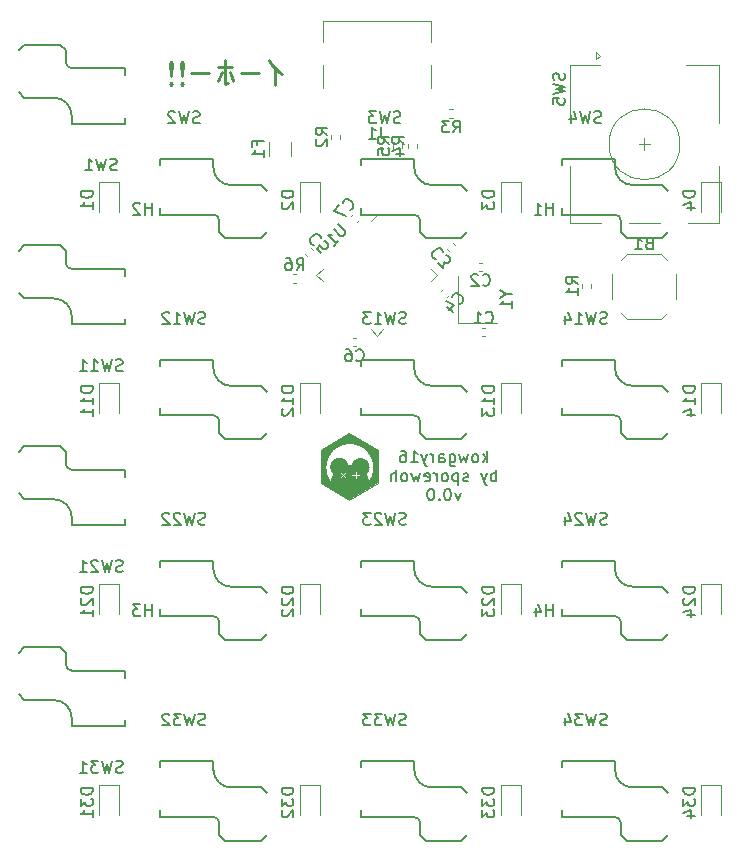
<source format=gbo>
G04 #@! TF.GenerationSoftware,KiCad,Pcbnew,(6.0.4-0)*
G04 #@! TF.CreationDate,2023-09-21T22:42:23-05:00*
G04 #@! TF.ProjectId,kowgary16_cfx,6b6f7767-6172-4793-9136-5f6366782e6b,rev?*
G04 #@! TF.SameCoordinates,Original*
G04 #@! TF.FileFunction,Legend,Bot*
G04 #@! TF.FilePolarity,Positive*
%FSLAX45Y45*%
G04 Gerber Fmt 4.5, Leading zero omitted, Abs format (unit mm)*
G04 Created by KiCad (PCBNEW (6.0.4-0)) date 2023-09-21 22:42:23*
%MOMM*%
%LPD*%
G01*
G04 APERTURE LIST*
%ADD10C,0.004500*%
%ADD11C,0.150000*%
%ADD12C,0.250000*%
%ADD13C,0.120000*%
G04 APERTURE END LIST*
D10*
G36*
X10888633Y-5371249D02*
G01*
X10645547Y-5230903D01*
X10645547Y-5094915D01*
X10686382Y-5094915D01*
X10686567Y-5103630D01*
X10687116Y-5112251D01*
X10688022Y-5120770D01*
X10689277Y-5129181D01*
X10690874Y-5137476D01*
X10692806Y-5145647D01*
X10695065Y-5153686D01*
X10697643Y-5161588D01*
X10700533Y-5169343D01*
X10703728Y-5176945D01*
X10707221Y-5184386D01*
X10711002Y-5191658D01*
X10715066Y-5198754D01*
X10719405Y-5205667D01*
X10724011Y-5212390D01*
X10728877Y-5218913D01*
X10729581Y-5214049D01*
X10730429Y-5209232D01*
X10731418Y-5204466D01*
X10732547Y-5199752D01*
X10733813Y-5195093D01*
X10735214Y-5190490D01*
X10736712Y-5186051D01*
X10805053Y-5186051D01*
X10805069Y-5186407D01*
X10805100Y-5186763D01*
X10805149Y-5187116D01*
X10805213Y-5187468D01*
X10805295Y-5187817D01*
X10805393Y-5188162D01*
X10805507Y-5188504D01*
X10805638Y-5188840D01*
X10805786Y-5189172D01*
X10805950Y-5189497D01*
X10806131Y-5189816D01*
X10806328Y-5190128D01*
X10806542Y-5190432D01*
X10806772Y-5190728D01*
X10807019Y-5191014D01*
X10807283Y-5191291D01*
X10807559Y-5191554D01*
X10807846Y-5191801D01*
X10808142Y-5192032D01*
X10808446Y-5192246D01*
X10808757Y-5192443D01*
X10809076Y-5192624D01*
X10809402Y-5192788D01*
X10809733Y-5192935D01*
X10810070Y-5193066D01*
X10810411Y-5193181D01*
X10810757Y-5193279D01*
X10811106Y-5193360D01*
X10811457Y-5193425D01*
X10811811Y-5193473D01*
X10812166Y-5193505D01*
X10812522Y-5193520D01*
X10812879Y-5193519D01*
X10813235Y-5193501D01*
X10813590Y-5193466D01*
X10813943Y-5193415D01*
X10814295Y-5193348D01*
X10814643Y-5193264D01*
X10814988Y-5193163D01*
X10815328Y-5193046D01*
X10815664Y-5192912D01*
X10815995Y-5192761D01*
X10816319Y-5192594D01*
X10816637Y-5192411D01*
X10816948Y-5192211D01*
X10817250Y-5191994D01*
X10817544Y-5191761D01*
X10817829Y-5191511D01*
X10817830Y-5191512D01*
X10817830Y-5191512D01*
X10817832Y-5191514D01*
X10817833Y-5191515D01*
X10817834Y-5191516D01*
X10818059Y-5191291D01*
X10834935Y-5174414D01*
X10852037Y-5191516D01*
X10852039Y-5191514D01*
X10852040Y-5191512D01*
X10852042Y-5191511D01*
X10852327Y-5191761D01*
X10852621Y-5191994D01*
X10852923Y-5192211D01*
X10853234Y-5192411D01*
X10853552Y-5192594D01*
X10853876Y-5192761D01*
X10854207Y-5192912D01*
X10854542Y-5193046D01*
X10854883Y-5193163D01*
X10855228Y-5193264D01*
X10855576Y-5193348D01*
X10855927Y-5193415D01*
X10856281Y-5193466D01*
X10856636Y-5193501D01*
X10856992Y-5193519D01*
X10857348Y-5193520D01*
X10857705Y-5193505D01*
X10858060Y-5193473D01*
X10858414Y-5193425D01*
X10858765Y-5193360D01*
X10859114Y-5193279D01*
X10859459Y-5193181D01*
X10859801Y-5193066D01*
X10860138Y-5192935D01*
X10860469Y-5192788D01*
X10860795Y-5192624D01*
X10861114Y-5192443D01*
X10861425Y-5192246D01*
X10861729Y-5192032D01*
X10862025Y-5191801D01*
X10862311Y-5191554D01*
X10862588Y-5191291D01*
X10862852Y-5191014D01*
X10863099Y-5190728D01*
X10863329Y-5190432D01*
X10863543Y-5190128D01*
X10863740Y-5189816D01*
X10863921Y-5189497D01*
X10864085Y-5189172D01*
X10864233Y-5188840D01*
X10864364Y-5188504D01*
X10864478Y-5188162D01*
X10864576Y-5187817D01*
X10864658Y-5187468D01*
X10864722Y-5187116D01*
X10864771Y-5186763D01*
X10864802Y-5186407D01*
X10864818Y-5186051D01*
X10864816Y-5185695D01*
X10864798Y-5185339D01*
X10864764Y-5184984D01*
X10864713Y-5184630D01*
X10864645Y-5184279D01*
X10864561Y-5183931D01*
X10864460Y-5183586D01*
X10864343Y-5183245D01*
X10864209Y-5182909D01*
X10864059Y-5182579D01*
X10863892Y-5182254D01*
X10863708Y-5181937D01*
X10863508Y-5181626D01*
X10863292Y-5181323D01*
X10863058Y-5181029D01*
X10862809Y-5180744D01*
X10862813Y-5180740D01*
X10845712Y-5163638D01*
X10903223Y-5163638D01*
X10903232Y-5164020D01*
X10903260Y-5164397D01*
X10903306Y-5164769D01*
X10903370Y-5165135D01*
X10903451Y-5165495D01*
X10903549Y-5165849D01*
X10903663Y-5166195D01*
X10903793Y-5166534D01*
X10903938Y-5166865D01*
X10904099Y-5167187D01*
X10904274Y-5167500D01*
X10904463Y-5167805D01*
X10904666Y-5168099D01*
X10904882Y-5168383D01*
X10905111Y-5168657D01*
X10905352Y-5168920D01*
X10905605Y-5169171D01*
X10905869Y-5169410D01*
X10906145Y-5169636D01*
X10906431Y-5169850D01*
X10906727Y-5170051D01*
X10907033Y-5170238D01*
X10907348Y-5170410D01*
X10907671Y-5170568D01*
X10908004Y-5170711D01*
X10908344Y-5170838D01*
X10908691Y-5170950D01*
X10909046Y-5171045D01*
X10909407Y-5171123D01*
X10909774Y-5171184D01*
X10910147Y-5171227D01*
X10910525Y-5171252D01*
X10910525Y-5171258D01*
X10934710Y-5171258D01*
X10934710Y-5195443D01*
X10934716Y-5195443D01*
X10934741Y-5195821D01*
X10934784Y-5196194D01*
X10934845Y-5196561D01*
X10934923Y-5196922D01*
X10935018Y-5197277D01*
X10935130Y-5197624D01*
X10935257Y-5197964D01*
X10935400Y-5198297D01*
X10935558Y-5198620D01*
X10935730Y-5198935D01*
X10935917Y-5199241D01*
X10936118Y-5199537D01*
X10936332Y-5199823D01*
X10936558Y-5200099D01*
X10936797Y-5200363D01*
X10937048Y-5200616D01*
X10937311Y-5200857D01*
X10937585Y-5201086D01*
X10937869Y-5201302D01*
X10938163Y-5201505D01*
X10938468Y-5201694D01*
X10938781Y-5201869D01*
X10939103Y-5202030D01*
X10939434Y-5202175D01*
X10939773Y-5202305D01*
X10940119Y-5202419D01*
X10940473Y-5202517D01*
X10940832Y-5202598D01*
X10941199Y-5202662D01*
X10941571Y-5202708D01*
X10941948Y-5202736D01*
X10942330Y-5202745D01*
X10942712Y-5202736D01*
X10943089Y-5202708D01*
X10943461Y-5202662D01*
X10943827Y-5202598D01*
X10944187Y-5202517D01*
X10944540Y-5202419D01*
X10944887Y-5202305D01*
X10945225Y-5202175D01*
X10945556Y-5202030D01*
X10945879Y-5201869D01*
X10946192Y-5201694D01*
X10946496Y-5201505D01*
X10946791Y-5201302D01*
X10947075Y-5201086D01*
X10947349Y-5200857D01*
X10947611Y-5200616D01*
X10947862Y-5200363D01*
X10948101Y-5200099D01*
X10948328Y-5199823D01*
X10948542Y-5199537D01*
X10948742Y-5199241D01*
X10948929Y-5198935D01*
X10949102Y-5198620D01*
X10949260Y-5198297D01*
X10949403Y-5197964D01*
X10949530Y-5197624D01*
X10949641Y-5197277D01*
X10949736Y-5196922D01*
X10949815Y-5196561D01*
X10949875Y-5196194D01*
X10949918Y-5195821D01*
X10949943Y-5195443D01*
X10949950Y-5195443D01*
X10949950Y-5171258D01*
X10974135Y-5171258D01*
X10974135Y-5171252D01*
X10974513Y-5171227D01*
X10974886Y-5171184D01*
X10975253Y-5171123D01*
X10975614Y-5171045D01*
X10975969Y-5170950D01*
X10976316Y-5170838D01*
X10976656Y-5170711D01*
X10976988Y-5170568D01*
X10977312Y-5170410D01*
X10977627Y-5170238D01*
X10977933Y-5170051D01*
X10978229Y-5169850D01*
X10978515Y-5169636D01*
X10978790Y-5169410D01*
X10979055Y-5169171D01*
X10979308Y-5168920D01*
X10979549Y-5168657D01*
X10979778Y-5168383D01*
X10979994Y-5168099D01*
X10980197Y-5167805D01*
X10980386Y-5167500D01*
X10980561Y-5167187D01*
X10980721Y-5166865D01*
X10980867Y-5166534D01*
X10980997Y-5166195D01*
X10981111Y-5165849D01*
X10981209Y-5165495D01*
X10981290Y-5165135D01*
X10981353Y-5164769D01*
X10981399Y-5164397D01*
X10981427Y-5164020D01*
X10981437Y-5163638D01*
X10981427Y-5163256D01*
X10981399Y-5162879D01*
X10981353Y-5162507D01*
X10981290Y-5162141D01*
X10981209Y-5161781D01*
X10981111Y-5161427D01*
X10980997Y-5161081D01*
X10980867Y-5160742D01*
X10980721Y-5160412D01*
X10980561Y-5160089D01*
X10980386Y-5159776D01*
X10980197Y-5159472D01*
X10979994Y-5159177D01*
X10979778Y-5158893D01*
X10979549Y-5158619D01*
X10979308Y-5158357D01*
X10979055Y-5158106D01*
X10978791Y-5157867D01*
X10978515Y-5157640D01*
X10978229Y-5157426D01*
X10977933Y-5157226D01*
X10977627Y-5157039D01*
X10977312Y-5156866D01*
X10976988Y-5156708D01*
X10976656Y-5156565D01*
X10976316Y-5156438D01*
X10975969Y-5156327D01*
X10975614Y-5156232D01*
X10975253Y-5156153D01*
X10974886Y-5156093D01*
X10974513Y-5156050D01*
X10974135Y-5156025D01*
X10974135Y-5156018D01*
X10949950Y-5156018D01*
X10949950Y-5131833D01*
X10949943Y-5131833D01*
X10949918Y-5131455D01*
X10949875Y-5131082D01*
X10949815Y-5130715D01*
X10949736Y-5130354D01*
X10949641Y-5129999D01*
X10949530Y-5129652D01*
X10949403Y-5129312D01*
X10949260Y-5128980D01*
X10949102Y-5128656D01*
X10948929Y-5128341D01*
X10948742Y-5128035D01*
X10948542Y-5127739D01*
X10948328Y-5127453D01*
X10948101Y-5127177D01*
X10947862Y-5126913D01*
X10947611Y-5126660D01*
X10947349Y-5126419D01*
X10947075Y-5126190D01*
X10946791Y-5125974D01*
X10946496Y-5125771D01*
X10946192Y-5125582D01*
X10945879Y-5125407D01*
X10945556Y-5125247D01*
X10945225Y-5125101D01*
X10944887Y-5124971D01*
X10944540Y-5124857D01*
X10944187Y-5124759D01*
X10943827Y-5124678D01*
X10943461Y-5124615D01*
X10943089Y-5124569D01*
X10942712Y-5124541D01*
X10942330Y-5124531D01*
X10941948Y-5124541D01*
X10941571Y-5124569D01*
X10941199Y-5124615D01*
X10940832Y-5124678D01*
X10940473Y-5124759D01*
X10940119Y-5124857D01*
X10939773Y-5124971D01*
X10939434Y-5125101D01*
X10939103Y-5125247D01*
X10938781Y-5125407D01*
X10938468Y-5125582D01*
X10938163Y-5125771D01*
X10937869Y-5125974D01*
X10937585Y-5126190D01*
X10937311Y-5126419D01*
X10937048Y-5126660D01*
X10936797Y-5126913D01*
X10936558Y-5127177D01*
X10936332Y-5127453D01*
X10936118Y-5127739D01*
X10935917Y-5128035D01*
X10935730Y-5128341D01*
X10935558Y-5128656D01*
X10935400Y-5128980D01*
X10935257Y-5129312D01*
X10935130Y-5129652D01*
X10935018Y-5129999D01*
X10934923Y-5130354D01*
X10934845Y-5130715D01*
X10934784Y-5131082D01*
X10934741Y-5131455D01*
X10934716Y-5131833D01*
X10934710Y-5131833D01*
X10934710Y-5156018D01*
X10910833Y-5156018D01*
X10910525Y-5156018D01*
X10910525Y-5156025D01*
X10910147Y-5156050D01*
X10909774Y-5156093D01*
X10909407Y-5156153D01*
X10909046Y-5156232D01*
X10908691Y-5156327D01*
X10908344Y-5156438D01*
X10908004Y-5156565D01*
X10907671Y-5156708D01*
X10907348Y-5156866D01*
X10907033Y-5157039D01*
X10906727Y-5157225D01*
X10906431Y-5157426D01*
X10906145Y-5157640D01*
X10905869Y-5157866D01*
X10905605Y-5158106D01*
X10905352Y-5158357D01*
X10905111Y-5158619D01*
X10904882Y-5158893D01*
X10904666Y-5159177D01*
X10904463Y-5159472D01*
X10904274Y-5159776D01*
X10904099Y-5160089D01*
X10903938Y-5160412D01*
X10903793Y-5160742D01*
X10903663Y-5161081D01*
X10903549Y-5161427D01*
X10903451Y-5161781D01*
X10903370Y-5162141D01*
X10903306Y-5162507D01*
X10903260Y-5162879D01*
X10903232Y-5163256D01*
X10903223Y-5163638D01*
X10845712Y-5163638D01*
X10862588Y-5146762D01*
X10862813Y-5146537D01*
X10862809Y-5146532D01*
X10863058Y-5146247D01*
X10863292Y-5145953D01*
X10863508Y-5145650D01*
X10863708Y-5145340D01*
X10863892Y-5145022D01*
X10864059Y-5144698D01*
X10864209Y-5144367D01*
X10864343Y-5144031D01*
X10864460Y-5143690D01*
X10864561Y-5143346D01*
X10864645Y-5142997D01*
X10864713Y-5142646D01*
X10864764Y-5142293D01*
X10864798Y-5141938D01*
X10864816Y-5141582D01*
X10864818Y-5141225D01*
X10864802Y-5140869D01*
X10864771Y-5140514D01*
X10864722Y-5140160D01*
X10864658Y-5139808D01*
X10864576Y-5139460D01*
X10864478Y-5139114D01*
X10864364Y-5138773D01*
X10864233Y-5138436D01*
X10864085Y-5138105D01*
X10863921Y-5137779D01*
X10863740Y-5137460D01*
X10863543Y-5137148D01*
X10863329Y-5136844D01*
X10863099Y-5136549D01*
X10862852Y-5136262D01*
X10862588Y-5135985D01*
X10862311Y-5135722D01*
X10862025Y-5135475D01*
X10861729Y-5135244D01*
X10861425Y-5135031D01*
X10861114Y-5134833D01*
X10860795Y-5134653D01*
X10860469Y-5134488D01*
X10860138Y-5134341D01*
X10859801Y-5134210D01*
X10859459Y-5134095D01*
X10859114Y-5133997D01*
X10858765Y-5133916D01*
X10858414Y-5133851D01*
X10858060Y-5133803D01*
X10857705Y-5133771D01*
X10857348Y-5133756D01*
X10856992Y-5133757D01*
X10856636Y-5133775D01*
X10856281Y-5133810D01*
X10855927Y-5133861D01*
X10855576Y-5133929D01*
X10855228Y-5134013D01*
X10854883Y-5134113D01*
X10854542Y-5134231D01*
X10854207Y-5134365D01*
X10853876Y-5134515D01*
X10853552Y-5134682D01*
X10853234Y-5134865D01*
X10852923Y-5135065D01*
X10852621Y-5135282D01*
X10852327Y-5135515D01*
X10852042Y-5135765D01*
X10852037Y-5135760D01*
X10851812Y-5135985D01*
X10834935Y-5152862D01*
X10818059Y-5135985D01*
X10818056Y-5135982D01*
X10818054Y-5135980D01*
X10818052Y-5135979D01*
X10817834Y-5135760D01*
X10817829Y-5135765D01*
X10817544Y-5135515D01*
X10817250Y-5135282D01*
X10816948Y-5135065D01*
X10816637Y-5134865D01*
X10816319Y-5134682D01*
X10815995Y-5134515D01*
X10815664Y-5134365D01*
X10815328Y-5134231D01*
X10814988Y-5134113D01*
X10814643Y-5134013D01*
X10814295Y-5133929D01*
X10813943Y-5133861D01*
X10813590Y-5133810D01*
X10813235Y-5133775D01*
X10812879Y-5133757D01*
X10812523Y-5133756D01*
X10812166Y-5133771D01*
X10811811Y-5133803D01*
X10811457Y-5133851D01*
X10811106Y-5133916D01*
X10810757Y-5133997D01*
X10810411Y-5134095D01*
X10810070Y-5134210D01*
X10809733Y-5134341D01*
X10809402Y-5134489D01*
X10809076Y-5134653D01*
X10808757Y-5134833D01*
X10808446Y-5135031D01*
X10808142Y-5135245D01*
X10807846Y-5135475D01*
X10807559Y-5135722D01*
X10807283Y-5135985D01*
X10807019Y-5136262D01*
X10806772Y-5136549D01*
X10806542Y-5136844D01*
X10806328Y-5137148D01*
X10806131Y-5137460D01*
X10805950Y-5137779D01*
X10805786Y-5138105D01*
X10805638Y-5138436D01*
X10805507Y-5138773D01*
X10805393Y-5139114D01*
X10805295Y-5139460D01*
X10805213Y-5139808D01*
X10805149Y-5140160D01*
X10805100Y-5140514D01*
X10805069Y-5140869D01*
X10805053Y-5141225D01*
X10805055Y-5141582D01*
X10805073Y-5141938D01*
X10805107Y-5142293D01*
X10805158Y-5142646D01*
X10805226Y-5142997D01*
X10805310Y-5143346D01*
X10805411Y-5143690D01*
X10805528Y-5144031D01*
X10805662Y-5144367D01*
X10805812Y-5144698D01*
X10805979Y-5145022D01*
X10806163Y-5145340D01*
X10806363Y-5145650D01*
X10806579Y-5145953D01*
X10806813Y-5146247D01*
X10807062Y-5146532D01*
X10807060Y-5146534D01*
X10807059Y-5146535D01*
X10807058Y-5146537D01*
X10807283Y-5146762D01*
X10824159Y-5163638D01*
X10807283Y-5180515D01*
X10807058Y-5180740D01*
X10807062Y-5180744D01*
X10806813Y-5181029D01*
X10806579Y-5181323D01*
X10806363Y-5181626D01*
X10806163Y-5181937D01*
X10805979Y-5182254D01*
X10805812Y-5182579D01*
X10805662Y-5182909D01*
X10805528Y-5183245D01*
X10805411Y-5183586D01*
X10805310Y-5183931D01*
X10805226Y-5184279D01*
X10805158Y-5184630D01*
X10805107Y-5184984D01*
X10805073Y-5185339D01*
X10805055Y-5185695D01*
X10805053Y-5186051D01*
X10736712Y-5186051D01*
X10736748Y-5185947D01*
X10738412Y-5181465D01*
X10740204Y-5177047D01*
X10742121Y-5172696D01*
X10744163Y-5168412D01*
X10746325Y-5164199D01*
X10748607Y-5160059D01*
X10751006Y-5155994D01*
X10753519Y-5152006D01*
X10756144Y-5148098D01*
X10752960Y-5145536D01*
X10749928Y-5142801D01*
X10747055Y-5139901D01*
X10744349Y-5136844D01*
X10741816Y-5133636D01*
X10739464Y-5130285D01*
X10737301Y-5126799D01*
X10735335Y-5123185D01*
X10733571Y-5119450D01*
X10732019Y-5115602D01*
X10730685Y-5111649D01*
X10729577Y-5107598D01*
X10728703Y-5103455D01*
X10728069Y-5099229D01*
X10727683Y-5094928D01*
X10727552Y-5090558D01*
X10727646Y-5086843D01*
X10727925Y-5083178D01*
X10728385Y-5079565D01*
X10729020Y-5076010D01*
X10729827Y-5072517D01*
X10730801Y-5069092D01*
X10731937Y-5065737D01*
X10733230Y-5062458D01*
X10734677Y-5059260D01*
X10736272Y-5056146D01*
X10738012Y-5053122D01*
X10739891Y-5050192D01*
X10741904Y-5047361D01*
X10744049Y-5044633D01*
X10746319Y-5042012D01*
X10748711Y-5039504D01*
X10751219Y-5037112D01*
X10753839Y-5034842D01*
X10756568Y-5032698D01*
X10759399Y-5030684D01*
X10762329Y-5028805D01*
X10765353Y-5027065D01*
X10768466Y-5025470D01*
X10771665Y-5024023D01*
X10774944Y-5022730D01*
X10778298Y-5021594D01*
X10781724Y-5020620D01*
X10785217Y-5019814D01*
X10788772Y-5019178D01*
X10792384Y-5018719D01*
X10796050Y-5018440D01*
X10799764Y-5018346D01*
X10803132Y-5018423D01*
X10806461Y-5018652D01*
X10809747Y-5019031D01*
X10812986Y-5019555D01*
X10816176Y-5020221D01*
X10819312Y-5021026D01*
X10822392Y-5021966D01*
X10825413Y-5023039D01*
X10828370Y-5024240D01*
X10831260Y-5025566D01*
X10834080Y-5027014D01*
X10836827Y-5028580D01*
X10839498Y-5030261D01*
X10842088Y-5032055D01*
X10844594Y-5033956D01*
X10847014Y-5035962D01*
X10849343Y-5038070D01*
X10851579Y-5040276D01*
X10853718Y-5042577D01*
X10855756Y-5044969D01*
X10857690Y-5047449D01*
X10859517Y-5050013D01*
X10861233Y-5052659D01*
X10862836Y-5055383D01*
X10864321Y-5058181D01*
X10865685Y-5061050D01*
X10866925Y-5063987D01*
X10868038Y-5066988D01*
X10869019Y-5070050D01*
X10869866Y-5073169D01*
X10870576Y-5076343D01*
X10871144Y-5079567D01*
X10873303Y-5079349D01*
X10875469Y-5079158D01*
X10877644Y-5078997D01*
X10879827Y-5078864D01*
X10882017Y-5078761D01*
X10884215Y-5078687D01*
X10886420Y-5078642D01*
X10888633Y-5078628D01*
X10891005Y-5078645D01*
X10893369Y-5078696D01*
X10895725Y-5078781D01*
X10898072Y-5078900D01*
X10900410Y-5079052D01*
X10902740Y-5079238D01*
X10905059Y-5079456D01*
X10907369Y-5079707D01*
X10907973Y-5076527D01*
X10908715Y-5073397D01*
X10909591Y-5070322D01*
X10910598Y-5067303D01*
X10911732Y-5064346D01*
X10912991Y-5061452D01*
X10914371Y-5058626D01*
X10915869Y-5055870D01*
X10917481Y-5053188D01*
X10919205Y-5050582D01*
X10921036Y-5048058D01*
X10922973Y-5045617D01*
X10925010Y-5043263D01*
X10927146Y-5040999D01*
X10929376Y-5038829D01*
X10931698Y-5036756D01*
X10934107Y-5034782D01*
X10936602Y-5032913D01*
X10939178Y-5031150D01*
X10941833Y-5029497D01*
X10944563Y-5027957D01*
X10947364Y-5026534D01*
X10950234Y-5025231D01*
X10953169Y-5024051D01*
X10956165Y-5022997D01*
X10959220Y-5022073D01*
X10962331Y-5021283D01*
X10965493Y-5020629D01*
X10968704Y-5020114D01*
X10971961Y-5019742D01*
X10975259Y-5019517D01*
X10978596Y-5019441D01*
X10982310Y-5019535D01*
X10985976Y-5019814D01*
X10989589Y-5020274D01*
X10993144Y-5020909D01*
X10996636Y-5021716D01*
X11000062Y-5022689D01*
X11003417Y-5023825D01*
X11006696Y-5025119D01*
X11009894Y-5026565D01*
X11013008Y-5028161D01*
X11016032Y-5029900D01*
X11018962Y-5031779D01*
X11021793Y-5033793D01*
X11024521Y-5035937D01*
X11027142Y-5038208D01*
X11029650Y-5040599D01*
X11032042Y-5043107D01*
X11034312Y-5045728D01*
X11036456Y-5048456D01*
X11038470Y-5051288D01*
X11040349Y-5054218D01*
X11042088Y-5057242D01*
X11043684Y-5060355D01*
X11045131Y-5063553D01*
X11046424Y-5066832D01*
X11047560Y-5070187D01*
X11048534Y-5073613D01*
X11049340Y-5077106D01*
X11049976Y-5080661D01*
X11050435Y-5084273D01*
X11050714Y-5087939D01*
X11050808Y-5091653D01*
X11050808Y-5091653D01*
X11050677Y-5096042D01*
X11050288Y-5100362D01*
X11049648Y-5104605D01*
X11048766Y-5108764D01*
X11047649Y-5112831D01*
X11046304Y-5116799D01*
X11044739Y-5120661D01*
X11042961Y-5124408D01*
X11040978Y-5128033D01*
X11038798Y-5131529D01*
X11036428Y-5134887D01*
X11033875Y-5138102D01*
X11031148Y-5141164D01*
X11028253Y-5144067D01*
X11025198Y-5146803D01*
X11021991Y-5149365D01*
X11024528Y-5153218D01*
X11026956Y-5157147D01*
X11029275Y-5161149D01*
X11030622Y-5163638D01*
X11031480Y-5165224D01*
X11033571Y-5169367D01*
X11035545Y-5173578D01*
X11037400Y-5177854D01*
X11039134Y-5182192D01*
X11040745Y-5186592D01*
X11042230Y-5191050D01*
X11043587Y-5195565D01*
X11044815Y-5200134D01*
X11045912Y-5204756D01*
X11046874Y-5209428D01*
X11047700Y-5214148D01*
X11048388Y-5218913D01*
X11053254Y-5212390D01*
X11057860Y-5205667D01*
X11062199Y-5198754D01*
X11066263Y-5191658D01*
X11070045Y-5184386D01*
X11073537Y-5176945D01*
X11076732Y-5169343D01*
X11079622Y-5161588D01*
X11082200Y-5153686D01*
X11084459Y-5145647D01*
X11086391Y-5137476D01*
X11087988Y-5129181D01*
X11089244Y-5120770D01*
X11090149Y-5112251D01*
X11090698Y-5103630D01*
X11090883Y-5094915D01*
X11090620Y-5084513D01*
X11089838Y-5074246D01*
X11088551Y-5064128D01*
X11086772Y-5054171D01*
X11084512Y-5044389D01*
X11081785Y-5034794D01*
X11078604Y-5025398D01*
X11074981Y-5016215D01*
X11070929Y-5007256D01*
X11066461Y-4998536D01*
X11061589Y-4990067D01*
X11056327Y-4981860D01*
X11050686Y-4973930D01*
X11044680Y-4966289D01*
X11038322Y-4958949D01*
X11031624Y-4951924D01*
X11024598Y-4945226D01*
X11017259Y-4938868D01*
X11009618Y-4932862D01*
X11001687Y-4927221D01*
X10993481Y-4921959D01*
X10985012Y-4917087D01*
X10976291Y-4912619D01*
X10967333Y-4908567D01*
X10958150Y-4904944D01*
X10948754Y-4901762D01*
X10939159Y-4899036D01*
X10929377Y-4896776D01*
X10919420Y-4894997D01*
X10909302Y-4893710D01*
X10899035Y-4892928D01*
X10888633Y-4892665D01*
X10878230Y-4892928D01*
X10867963Y-4893710D01*
X10857845Y-4894997D01*
X10847889Y-4896776D01*
X10838106Y-4899036D01*
X10828511Y-4901762D01*
X10819115Y-4904944D01*
X10809932Y-4908567D01*
X10800974Y-4912619D01*
X10792254Y-4917087D01*
X10783784Y-4921959D01*
X10775578Y-4927221D01*
X10767648Y-4932862D01*
X10760006Y-4938868D01*
X10752667Y-4945226D01*
X10745642Y-4951924D01*
X10738943Y-4958949D01*
X10732585Y-4966289D01*
X10726579Y-4973930D01*
X10720939Y-4981860D01*
X10715676Y-4990067D01*
X10710804Y-4998536D01*
X10706336Y-5007256D01*
X10702284Y-5016215D01*
X10698661Y-5025398D01*
X10695480Y-5034794D01*
X10692753Y-5044389D01*
X10690494Y-5054171D01*
X10688714Y-5064128D01*
X10687427Y-5074246D01*
X10686645Y-5084513D01*
X10686382Y-5094915D01*
X10645547Y-5094915D01*
X10645547Y-4950212D01*
X10888633Y-4809866D01*
X11131719Y-4950212D01*
X11131719Y-5094915D01*
X11131718Y-5230903D01*
X10888633Y-5371249D01*
G37*
X10888633Y-5371249D02*
X10645547Y-5230903D01*
X10645547Y-5094915D01*
X10686382Y-5094915D01*
X10686567Y-5103630D01*
X10687116Y-5112251D01*
X10688022Y-5120770D01*
X10689277Y-5129181D01*
X10690874Y-5137476D01*
X10692806Y-5145647D01*
X10695065Y-5153686D01*
X10697643Y-5161588D01*
X10700533Y-5169343D01*
X10703728Y-5176945D01*
X10707221Y-5184386D01*
X10711002Y-5191658D01*
X10715066Y-5198754D01*
X10719405Y-5205667D01*
X10724011Y-5212390D01*
X10728877Y-5218913D01*
X10729581Y-5214049D01*
X10730429Y-5209232D01*
X10731418Y-5204466D01*
X10732547Y-5199752D01*
X10733813Y-5195093D01*
X10735214Y-5190490D01*
X10736712Y-5186051D01*
X10805053Y-5186051D01*
X10805069Y-5186407D01*
X10805100Y-5186763D01*
X10805149Y-5187116D01*
X10805213Y-5187468D01*
X10805295Y-5187817D01*
X10805393Y-5188162D01*
X10805507Y-5188504D01*
X10805638Y-5188840D01*
X10805786Y-5189172D01*
X10805950Y-5189497D01*
X10806131Y-5189816D01*
X10806328Y-5190128D01*
X10806542Y-5190432D01*
X10806772Y-5190728D01*
X10807019Y-5191014D01*
X10807283Y-5191291D01*
X10807559Y-5191554D01*
X10807846Y-5191801D01*
X10808142Y-5192032D01*
X10808446Y-5192246D01*
X10808757Y-5192443D01*
X10809076Y-5192624D01*
X10809402Y-5192788D01*
X10809733Y-5192935D01*
X10810070Y-5193066D01*
X10810411Y-5193181D01*
X10810757Y-5193279D01*
X10811106Y-5193360D01*
X10811457Y-5193425D01*
X10811811Y-5193473D01*
X10812166Y-5193505D01*
X10812522Y-5193520D01*
X10812879Y-5193519D01*
X10813235Y-5193501D01*
X10813590Y-5193466D01*
X10813943Y-5193415D01*
X10814295Y-5193348D01*
X10814643Y-5193264D01*
X10814988Y-5193163D01*
X10815328Y-5193046D01*
X10815664Y-5192912D01*
X10815995Y-5192761D01*
X10816319Y-5192594D01*
X10816637Y-5192411D01*
X10816948Y-5192211D01*
X10817250Y-5191994D01*
X10817544Y-5191761D01*
X10817829Y-5191511D01*
X10817830Y-5191512D01*
X10817830Y-5191512D01*
X10817832Y-5191514D01*
X10817833Y-5191515D01*
X10817834Y-5191516D01*
X10818059Y-5191291D01*
X10834935Y-5174414D01*
X10852037Y-5191516D01*
X10852039Y-5191514D01*
X10852040Y-5191512D01*
X10852042Y-5191511D01*
X10852327Y-5191761D01*
X10852621Y-5191994D01*
X10852923Y-5192211D01*
X10853234Y-5192411D01*
X10853552Y-5192594D01*
X10853876Y-5192761D01*
X10854207Y-5192912D01*
X10854542Y-5193046D01*
X10854883Y-5193163D01*
X10855228Y-5193264D01*
X10855576Y-5193348D01*
X10855927Y-5193415D01*
X10856281Y-5193466D01*
X10856636Y-5193501D01*
X10856992Y-5193519D01*
X10857348Y-5193520D01*
X10857705Y-5193505D01*
X10858060Y-5193473D01*
X10858414Y-5193425D01*
X10858765Y-5193360D01*
X10859114Y-5193279D01*
X10859459Y-5193181D01*
X10859801Y-5193066D01*
X10860138Y-5192935D01*
X10860469Y-5192788D01*
X10860795Y-5192624D01*
X10861114Y-5192443D01*
X10861425Y-5192246D01*
X10861729Y-5192032D01*
X10862025Y-5191801D01*
X10862311Y-5191554D01*
X10862588Y-5191291D01*
X10862852Y-5191014D01*
X10863099Y-5190728D01*
X10863329Y-5190432D01*
X10863543Y-5190128D01*
X10863740Y-5189816D01*
X10863921Y-5189497D01*
X10864085Y-5189172D01*
X10864233Y-5188840D01*
X10864364Y-5188504D01*
X10864478Y-5188162D01*
X10864576Y-5187817D01*
X10864658Y-5187468D01*
X10864722Y-5187116D01*
X10864771Y-5186763D01*
X10864802Y-5186407D01*
X10864818Y-5186051D01*
X10864816Y-5185695D01*
X10864798Y-5185339D01*
X10864764Y-5184984D01*
X10864713Y-5184630D01*
X10864645Y-5184279D01*
X10864561Y-5183931D01*
X10864460Y-5183586D01*
X10864343Y-5183245D01*
X10864209Y-5182909D01*
X10864059Y-5182579D01*
X10863892Y-5182254D01*
X10863708Y-5181937D01*
X10863508Y-5181626D01*
X10863292Y-5181323D01*
X10863058Y-5181029D01*
X10862809Y-5180744D01*
X10862813Y-5180740D01*
X10845712Y-5163638D01*
X10903223Y-5163638D01*
X10903232Y-5164020D01*
X10903260Y-5164397D01*
X10903306Y-5164769D01*
X10903370Y-5165135D01*
X10903451Y-5165495D01*
X10903549Y-5165849D01*
X10903663Y-5166195D01*
X10903793Y-5166534D01*
X10903938Y-5166865D01*
X10904099Y-5167187D01*
X10904274Y-5167500D01*
X10904463Y-5167805D01*
X10904666Y-5168099D01*
X10904882Y-5168383D01*
X10905111Y-5168657D01*
X10905352Y-5168920D01*
X10905605Y-5169171D01*
X10905869Y-5169410D01*
X10906145Y-5169636D01*
X10906431Y-5169850D01*
X10906727Y-5170051D01*
X10907033Y-5170238D01*
X10907348Y-5170410D01*
X10907671Y-5170568D01*
X10908004Y-5170711D01*
X10908344Y-5170838D01*
X10908691Y-5170950D01*
X10909046Y-5171045D01*
X10909407Y-5171123D01*
X10909774Y-5171184D01*
X10910147Y-5171227D01*
X10910525Y-5171252D01*
X10910525Y-5171258D01*
X10934710Y-5171258D01*
X10934710Y-5195443D01*
X10934716Y-5195443D01*
X10934741Y-5195821D01*
X10934784Y-5196194D01*
X10934845Y-5196561D01*
X10934923Y-5196922D01*
X10935018Y-5197277D01*
X10935130Y-5197624D01*
X10935257Y-5197964D01*
X10935400Y-5198297D01*
X10935558Y-5198620D01*
X10935730Y-5198935D01*
X10935917Y-5199241D01*
X10936118Y-5199537D01*
X10936332Y-5199823D01*
X10936558Y-5200099D01*
X10936797Y-5200363D01*
X10937048Y-5200616D01*
X10937311Y-5200857D01*
X10937585Y-5201086D01*
X10937869Y-5201302D01*
X10938163Y-5201505D01*
X10938468Y-5201694D01*
X10938781Y-5201869D01*
X10939103Y-5202030D01*
X10939434Y-5202175D01*
X10939773Y-5202305D01*
X10940119Y-5202419D01*
X10940473Y-5202517D01*
X10940832Y-5202598D01*
X10941199Y-5202662D01*
X10941571Y-5202708D01*
X10941948Y-5202736D01*
X10942330Y-5202745D01*
X10942712Y-5202736D01*
X10943089Y-5202708D01*
X10943461Y-5202662D01*
X10943827Y-5202598D01*
X10944187Y-5202517D01*
X10944540Y-5202419D01*
X10944887Y-5202305D01*
X10945225Y-5202175D01*
X10945556Y-5202030D01*
X10945879Y-5201869D01*
X10946192Y-5201694D01*
X10946496Y-5201505D01*
X10946791Y-5201302D01*
X10947075Y-5201086D01*
X10947349Y-5200857D01*
X10947611Y-5200616D01*
X10947862Y-5200363D01*
X10948101Y-5200099D01*
X10948328Y-5199823D01*
X10948542Y-5199537D01*
X10948742Y-5199241D01*
X10948929Y-5198935D01*
X10949102Y-5198620D01*
X10949260Y-5198297D01*
X10949403Y-5197964D01*
X10949530Y-5197624D01*
X10949641Y-5197277D01*
X10949736Y-5196922D01*
X10949815Y-5196561D01*
X10949875Y-5196194D01*
X10949918Y-5195821D01*
X10949943Y-5195443D01*
X10949950Y-5195443D01*
X10949950Y-5171258D01*
X10974135Y-5171258D01*
X10974135Y-5171252D01*
X10974513Y-5171227D01*
X10974886Y-5171184D01*
X10975253Y-5171123D01*
X10975614Y-5171045D01*
X10975969Y-5170950D01*
X10976316Y-5170838D01*
X10976656Y-5170711D01*
X10976988Y-5170568D01*
X10977312Y-5170410D01*
X10977627Y-5170238D01*
X10977933Y-5170051D01*
X10978229Y-5169850D01*
X10978515Y-5169636D01*
X10978790Y-5169410D01*
X10979055Y-5169171D01*
X10979308Y-5168920D01*
X10979549Y-5168657D01*
X10979778Y-5168383D01*
X10979994Y-5168099D01*
X10980197Y-5167805D01*
X10980386Y-5167500D01*
X10980561Y-5167187D01*
X10980721Y-5166865D01*
X10980867Y-5166534D01*
X10980997Y-5166195D01*
X10981111Y-5165849D01*
X10981209Y-5165495D01*
X10981290Y-5165135D01*
X10981353Y-5164769D01*
X10981399Y-5164397D01*
X10981427Y-5164020D01*
X10981437Y-5163638D01*
X10981427Y-5163256D01*
X10981399Y-5162879D01*
X10981353Y-5162507D01*
X10981290Y-5162141D01*
X10981209Y-5161781D01*
X10981111Y-5161427D01*
X10980997Y-5161081D01*
X10980867Y-5160742D01*
X10980721Y-5160412D01*
X10980561Y-5160089D01*
X10980386Y-5159776D01*
X10980197Y-5159472D01*
X10979994Y-5159177D01*
X10979778Y-5158893D01*
X10979549Y-5158619D01*
X10979308Y-5158357D01*
X10979055Y-5158106D01*
X10978791Y-5157867D01*
X10978515Y-5157640D01*
X10978229Y-5157426D01*
X10977933Y-5157226D01*
X10977627Y-5157039D01*
X10977312Y-5156866D01*
X10976988Y-5156708D01*
X10976656Y-5156565D01*
X10976316Y-5156438D01*
X10975969Y-5156327D01*
X10975614Y-5156232D01*
X10975253Y-5156153D01*
X10974886Y-5156093D01*
X10974513Y-5156050D01*
X10974135Y-5156025D01*
X10974135Y-5156018D01*
X10949950Y-5156018D01*
X10949950Y-5131833D01*
X10949943Y-5131833D01*
X10949918Y-5131455D01*
X10949875Y-5131082D01*
X10949815Y-5130715D01*
X10949736Y-5130354D01*
X10949641Y-5129999D01*
X10949530Y-5129652D01*
X10949403Y-5129312D01*
X10949260Y-5128980D01*
X10949102Y-5128656D01*
X10948929Y-5128341D01*
X10948742Y-5128035D01*
X10948542Y-5127739D01*
X10948328Y-5127453D01*
X10948101Y-5127177D01*
X10947862Y-5126913D01*
X10947611Y-5126660D01*
X10947349Y-5126419D01*
X10947075Y-5126190D01*
X10946791Y-5125974D01*
X10946496Y-5125771D01*
X10946192Y-5125582D01*
X10945879Y-5125407D01*
X10945556Y-5125247D01*
X10945225Y-5125101D01*
X10944887Y-5124971D01*
X10944540Y-5124857D01*
X10944187Y-5124759D01*
X10943827Y-5124678D01*
X10943461Y-5124615D01*
X10943089Y-5124569D01*
X10942712Y-5124541D01*
X10942330Y-5124531D01*
X10941948Y-5124541D01*
X10941571Y-5124569D01*
X10941199Y-5124615D01*
X10940832Y-5124678D01*
X10940473Y-5124759D01*
X10940119Y-5124857D01*
X10939773Y-5124971D01*
X10939434Y-5125101D01*
X10939103Y-5125247D01*
X10938781Y-5125407D01*
X10938468Y-5125582D01*
X10938163Y-5125771D01*
X10937869Y-5125974D01*
X10937585Y-5126190D01*
X10937311Y-5126419D01*
X10937048Y-5126660D01*
X10936797Y-5126913D01*
X10936558Y-5127177D01*
X10936332Y-5127453D01*
X10936118Y-5127739D01*
X10935917Y-5128035D01*
X10935730Y-5128341D01*
X10935558Y-5128656D01*
X10935400Y-5128980D01*
X10935257Y-5129312D01*
X10935130Y-5129652D01*
X10935018Y-5129999D01*
X10934923Y-5130354D01*
X10934845Y-5130715D01*
X10934784Y-5131082D01*
X10934741Y-5131455D01*
X10934716Y-5131833D01*
X10934710Y-5131833D01*
X10934710Y-5156018D01*
X10910833Y-5156018D01*
X10910525Y-5156018D01*
X10910525Y-5156025D01*
X10910147Y-5156050D01*
X10909774Y-5156093D01*
X10909407Y-5156153D01*
X10909046Y-5156232D01*
X10908691Y-5156327D01*
X10908344Y-5156438D01*
X10908004Y-5156565D01*
X10907671Y-5156708D01*
X10907348Y-5156866D01*
X10907033Y-5157039D01*
X10906727Y-5157225D01*
X10906431Y-5157426D01*
X10906145Y-5157640D01*
X10905869Y-5157866D01*
X10905605Y-5158106D01*
X10905352Y-5158357D01*
X10905111Y-5158619D01*
X10904882Y-5158893D01*
X10904666Y-5159177D01*
X10904463Y-5159472D01*
X10904274Y-5159776D01*
X10904099Y-5160089D01*
X10903938Y-5160412D01*
X10903793Y-5160742D01*
X10903663Y-5161081D01*
X10903549Y-5161427D01*
X10903451Y-5161781D01*
X10903370Y-5162141D01*
X10903306Y-5162507D01*
X10903260Y-5162879D01*
X10903232Y-5163256D01*
X10903223Y-5163638D01*
X10845712Y-5163638D01*
X10862588Y-5146762D01*
X10862813Y-5146537D01*
X10862809Y-5146532D01*
X10863058Y-5146247D01*
X10863292Y-5145953D01*
X10863508Y-5145650D01*
X10863708Y-5145340D01*
X10863892Y-5145022D01*
X10864059Y-5144698D01*
X10864209Y-5144367D01*
X10864343Y-5144031D01*
X10864460Y-5143690D01*
X10864561Y-5143346D01*
X10864645Y-5142997D01*
X10864713Y-5142646D01*
X10864764Y-5142293D01*
X10864798Y-5141938D01*
X10864816Y-5141582D01*
X10864818Y-5141225D01*
X10864802Y-5140869D01*
X10864771Y-5140514D01*
X10864722Y-5140160D01*
X10864658Y-5139808D01*
X10864576Y-5139460D01*
X10864478Y-5139114D01*
X10864364Y-5138773D01*
X10864233Y-5138436D01*
X10864085Y-5138105D01*
X10863921Y-5137779D01*
X10863740Y-5137460D01*
X10863543Y-5137148D01*
X10863329Y-5136844D01*
X10863099Y-5136549D01*
X10862852Y-5136262D01*
X10862588Y-5135985D01*
X10862311Y-5135722D01*
X10862025Y-5135475D01*
X10861729Y-5135244D01*
X10861425Y-5135031D01*
X10861114Y-5134833D01*
X10860795Y-5134653D01*
X10860469Y-5134488D01*
X10860138Y-5134341D01*
X10859801Y-5134210D01*
X10859459Y-5134095D01*
X10859114Y-5133997D01*
X10858765Y-5133916D01*
X10858414Y-5133851D01*
X10858060Y-5133803D01*
X10857705Y-5133771D01*
X10857348Y-5133756D01*
X10856992Y-5133757D01*
X10856636Y-5133775D01*
X10856281Y-5133810D01*
X10855927Y-5133861D01*
X10855576Y-5133929D01*
X10855228Y-5134013D01*
X10854883Y-5134113D01*
X10854542Y-5134231D01*
X10854207Y-5134365D01*
X10853876Y-5134515D01*
X10853552Y-5134682D01*
X10853234Y-5134865D01*
X10852923Y-5135065D01*
X10852621Y-5135282D01*
X10852327Y-5135515D01*
X10852042Y-5135765D01*
X10852037Y-5135760D01*
X10851812Y-5135985D01*
X10834935Y-5152862D01*
X10818059Y-5135985D01*
X10818056Y-5135982D01*
X10818054Y-5135980D01*
X10818052Y-5135979D01*
X10817834Y-5135760D01*
X10817829Y-5135765D01*
X10817544Y-5135515D01*
X10817250Y-5135282D01*
X10816948Y-5135065D01*
X10816637Y-5134865D01*
X10816319Y-5134682D01*
X10815995Y-5134515D01*
X10815664Y-5134365D01*
X10815328Y-5134231D01*
X10814988Y-5134113D01*
X10814643Y-5134013D01*
X10814295Y-5133929D01*
X10813943Y-5133861D01*
X10813590Y-5133810D01*
X10813235Y-5133775D01*
X10812879Y-5133757D01*
X10812523Y-5133756D01*
X10812166Y-5133771D01*
X10811811Y-5133803D01*
X10811457Y-5133851D01*
X10811106Y-5133916D01*
X10810757Y-5133997D01*
X10810411Y-5134095D01*
X10810070Y-5134210D01*
X10809733Y-5134341D01*
X10809402Y-5134489D01*
X10809076Y-5134653D01*
X10808757Y-5134833D01*
X10808446Y-5135031D01*
X10808142Y-5135245D01*
X10807846Y-5135475D01*
X10807559Y-5135722D01*
X10807283Y-5135985D01*
X10807019Y-5136262D01*
X10806772Y-5136549D01*
X10806542Y-5136844D01*
X10806328Y-5137148D01*
X10806131Y-5137460D01*
X10805950Y-5137779D01*
X10805786Y-5138105D01*
X10805638Y-5138436D01*
X10805507Y-5138773D01*
X10805393Y-5139114D01*
X10805295Y-5139460D01*
X10805213Y-5139808D01*
X10805149Y-5140160D01*
X10805100Y-5140514D01*
X10805069Y-5140869D01*
X10805053Y-5141225D01*
X10805055Y-5141582D01*
X10805073Y-5141938D01*
X10805107Y-5142293D01*
X10805158Y-5142646D01*
X10805226Y-5142997D01*
X10805310Y-5143346D01*
X10805411Y-5143690D01*
X10805528Y-5144031D01*
X10805662Y-5144367D01*
X10805812Y-5144698D01*
X10805979Y-5145022D01*
X10806163Y-5145340D01*
X10806363Y-5145650D01*
X10806579Y-5145953D01*
X10806813Y-5146247D01*
X10807062Y-5146532D01*
X10807060Y-5146534D01*
X10807059Y-5146535D01*
X10807058Y-5146537D01*
X10807283Y-5146762D01*
X10824159Y-5163638D01*
X10807283Y-5180515D01*
X10807058Y-5180740D01*
X10807062Y-5180744D01*
X10806813Y-5181029D01*
X10806579Y-5181323D01*
X10806363Y-5181626D01*
X10806163Y-5181937D01*
X10805979Y-5182254D01*
X10805812Y-5182579D01*
X10805662Y-5182909D01*
X10805528Y-5183245D01*
X10805411Y-5183586D01*
X10805310Y-5183931D01*
X10805226Y-5184279D01*
X10805158Y-5184630D01*
X10805107Y-5184984D01*
X10805073Y-5185339D01*
X10805055Y-5185695D01*
X10805053Y-5186051D01*
X10736712Y-5186051D01*
X10736748Y-5185947D01*
X10738412Y-5181465D01*
X10740204Y-5177047D01*
X10742121Y-5172696D01*
X10744163Y-5168412D01*
X10746325Y-5164199D01*
X10748607Y-5160059D01*
X10751006Y-5155994D01*
X10753519Y-5152006D01*
X10756144Y-5148098D01*
X10752960Y-5145536D01*
X10749928Y-5142801D01*
X10747055Y-5139901D01*
X10744349Y-5136844D01*
X10741816Y-5133636D01*
X10739464Y-5130285D01*
X10737301Y-5126799D01*
X10735335Y-5123185D01*
X10733571Y-5119450D01*
X10732019Y-5115602D01*
X10730685Y-5111649D01*
X10729577Y-5107598D01*
X10728703Y-5103455D01*
X10728069Y-5099229D01*
X10727683Y-5094928D01*
X10727552Y-5090558D01*
X10727646Y-5086843D01*
X10727925Y-5083178D01*
X10728385Y-5079565D01*
X10729020Y-5076010D01*
X10729827Y-5072517D01*
X10730801Y-5069092D01*
X10731937Y-5065737D01*
X10733230Y-5062458D01*
X10734677Y-5059260D01*
X10736272Y-5056146D01*
X10738012Y-5053122D01*
X10739891Y-5050192D01*
X10741904Y-5047361D01*
X10744049Y-5044633D01*
X10746319Y-5042012D01*
X10748711Y-5039504D01*
X10751219Y-5037112D01*
X10753839Y-5034842D01*
X10756568Y-5032698D01*
X10759399Y-5030684D01*
X10762329Y-5028805D01*
X10765353Y-5027065D01*
X10768466Y-5025470D01*
X10771665Y-5024023D01*
X10774944Y-5022730D01*
X10778298Y-5021594D01*
X10781724Y-5020620D01*
X10785217Y-5019814D01*
X10788772Y-5019178D01*
X10792384Y-5018719D01*
X10796050Y-5018440D01*
X10799764Y-5018346D01*
X10803132Y-5018423D01*
X10806461Y-5018652D01*
X10809747Y-5019031D01*
X10812986Y-5019555D01*
X10816176Y-5020221D01*
X10819312Y-5021026D01*
X10822392Y-5021966D01*
X10825413Y-5023039D01*
X10828370Y-5024240D01*
X10831260Y-5025566D01*
X10834080Y-5027014D01*
X10836827Y-5028580D01*
X10839498Y-5030261D01*
X10842088Y-5032055D01*
X10844594Y-5033956D01*
X10847014Y-5035962D01*
X10849343Y-5038070D01*
X10851579Y-5040276D01*
X10853718Y-5042577D01*
X10855756Y-5044969D01*
X10857690Y-5047449D01*
X10859517Y-5050013D01*
X10861233Y-5052659D01*
X10862836Y-5055383D01*
X10864321Y-5058181D01*
X10865685Y-5061050D01*
X10866925Y-5063987D01*
X10868038Y-5066988D01*
X10869019Y-5070050D01*
X10869866Y-5073169D01*
X10870576Y-5076343D01*
X10871144Y-5079567D01*
X10873303Y-5079349D01*
X10875469Y-5079158D01*
X10877644Y-5078997D01*
X10879827Y-5078864D01*
X10882017Y-5078761D01*
X10884215Y-5078687D01*
X10886420Y-5078642D01*
X10888633Y-5078628D01*
X10891005Y-5078645D01*
X10893369Y-5078696D01*
X10895725Y-5078781D01*
X10898072Y-5078900D01*
X10900410Y-5079052D01*
X10902740Y-5079238D01*
X10905059Y-5079456D01*
X10907369Y-5079707D01*
X10907973Y-5076527D01*
X10908715Y-5073397D01*
X10909591Y-5070322D01*
X10910598Y-5067303D01*
X10911732Y-5064346D01*
X10912991Y-5061452D01*
X10914371Y-5058626D01*
X10915869Y-5055870D01*
X10917481Y-5053188D01*
X10919205Y-5050582D01*
X10921036Y-5048058D01*
X10922973Y-5045617D01*
X10925010Y-5043263D01*
X10927146Y-5040999D01*
X10929376Y-5038829D01*
X10931698Y-5036756D01*
X10934107Y-5034782D01*
X10936602Y-5032913D01*
X10939178Y-5031150D01*
X10941833Y-5029497D01*
X10944563Y-5027957D01*
X10947364Y-5026534D01*
X10950234Y-5025231D01*
X10953169Y-5024051D01*
X10956165Y-5022997D01*
X10959220Y-5022073D01*
X10962331Y-5021283D01*
X10965493Y-5020629D01*
X10968704Y-5020114D01*
X10971961Y-5019742D01*
X10975259Y-5019517D01*
X10978596Y-5019441D01*
X10982310Y-5019535D01*
X10985976Y-5019814D01*
X10989589Y-5020274D01*
X10993144Y-5020909D01*
X10996636Y-5021716D01*
X11000062Y-5022689D01*
X11003417Y-5023825D01*
X11006696Y-5025119D01*
X11009894Y-5026565D01*
X11013008Y-5028161D01*
X11016032Y-5029900D01*
X11018962Y-5031779D01*
X11021793Y-5033793D01*
X11024521Y-5035937D01*
X11027142Y-5038208D01*
X11029650Y-5040599D01*
X11032042Y-5043107D01*
X11034312Y-5045728D01*
X11036456Y-5048456D01*
X11038470Y-5051288D01*
X11040349Y-5054218D01*
X11042088Y-5057242D01*
X11043684Y-5060355D01*
X11045131Y-5063553D01*
X11046424Y-5066832D01*
X11047560Y-5070187D01*
X11048534Y-5073613D01*
X11049340Y-5077106D01*
X11049976Y-5080661D01*
X11050435Y-5084273D01*
X11050714Y-5087939D01*
X11050808Y-5091653D01*
X11050808Y-5091653D01*
X11050677Y-5096042D01*
X11050288Y-5100362D01*
X11049648Y-5104605D01*
X11048766Y-5108764D01*
X11047649Y-5112831D01*
X11046304Y-5116799D01*
X11044739Y-5120661D01*
X11042961Y-5124408D01*
X11040978Y-5128033D01*
X11038798Y-5131529D01*
X11036428Y-5134887D01*
X11033875Y-5138102D01*
X11031148Y-5141164D01*
X11028253Y-5144067D01*
X11025198Y-5146803D01*
X11021991Y-5149365D01*
X11024528Y-5153218D01*
X11026956Y-5157147D01*
X11029275Y-5161149D01*
X11030622Y-5163638D01*
X11031480Y-5165224D01*
X11033571Y-5169367D01*
X11035545Y-5173578D01*
X11037400Y-5177854D01*
X11039134Y-5182192D01*
X11040745Y-5186592D01*
X11042230Y-5191050D01*
X11043587Y-5195565D01*
X11044815Y-5200134D01*
X11045912Y-5204756D01*
X11046874Y-5209428D01*
X11047700Y-5214148D01*
X11048388Y-5218913D01*
X11053254Y-5212390D01*
X11057860Y-5205667D01*
X11062199Y-5198754D01*
X11066263Y-5191658D01*
X11070045Y-5184386D01*
X11073537Y-5176945D01*
X11076732Y-5169343D01*
X11079622Y-5161588D01*
X11082200Y-5153686D01*
X11084459Y-5145647D01*
X11086391Y-5137476D01*
X11087988Y-5129181D01*
X11089244Y-5120770D01*
X11090149Y-5112251D01*
X11090698Y-5103630D01*
X11090883Y-5094915D01*
X11090620Y-5084513D01*
X11089838Y-5074246D01*
X11088551Y-5064128D01*
X11086772Y-5054171D01*
X11084512Y-5044389D01*
X11081785Y-5034794D01*
X11078604Y-5025398D01*
X11074981Y-5016215D01*
X11070929Y-5007256D01*
X11066461Y-4998536D01*
X11061589Y-4990067D01*
X11056327Y-4981860D01*
X11050686Y-4973930D01*
X11044680Y-4966289D01*
X11038322Y-4958949D01*
X11031624Y-4951924D01*
X11024598Y-4945226D01*
X11017259Y-4938868D01*
X11009618Y-4932862D01*
X11001687Y-4927221D01*
X10993481Y-4921959D01*
X10985012Y-4917087D01*
X10976291Y-4912619D01*
X10967333Y-4908567D01*
X10958150Y-4904944D01*
X10948754Y-4901762D01*
X10939159Y-4899036D01*
X10929377Y-4896776D01*
X10919420Y-4894997D01*
X10909302Y-4893710D01*
X10899035Y-4892928D01*
X10888633Y-4892665D01*
X10878230Y-4892928D01*
X10867963Y-4893710D01*
X10857845Y-4894997D01*
X10847889Y-4896776D01*
X10838106Y-4899036D01*
X10828511Y-4901762D01*
X10819115Y-4904944D01*
X10809932Y-4908567D01*
X10800974Y-4912619D01*
X10792254Y-4917087D01*
X10783784Y-4921959D01*
X10775578Y-4927221D01*
X10767648Y-4932862D01*
X10760006Y-4938868D01*
X10752667Y-4945226D01*
X10745642Y-4951924D01*
X10738943Y-4958949D01*
X10732585Y-4966289D01*
X10726579Y-4973930D01*
X10720939Y-4981860D01*
X10715676Y-4990067D01*
X10710804Y-4998536D01*
X10706336Y-5007256D01*
X10702284Y-5016215D01*
X10698661Y-5025398D01*
X10695480Y-5034794D01*
X10692753Y-5044389D01*
X10690494Y-5054171D01*
X10688714Y-5064128D01*
X10687427Y-5074246D01*
X10686645Y-5084513D01*
X10686382Y-5094915D01*
X10645547Y-5094915D01*
X10645547Y-4950212D01*
X10888633Y-4809866D01*
X11131719Y-4950212D01*
X11131719Y-5094915D01*
X11131718Y-5230903D01*
X10888633Y-5371249D01*
D11*
X12056542Y-5055076D02*
X12056542Y-4955076D01*
X12047018Y-5016981D02*
X12018447Y-5055076D01*
X12018447Y-4988410D02*
X12056542Y-5026505D01*
X11961304Y-5055076D02*
X11970828Y-5050314D01*
X11975590Y-5045552D01*
X11980352Y-5036029D01*
X11980352Y-5007457D01*
X11975590Y-4997933D01*
X11970828Y-4993172D01*
X11961304Y-4988410D01*
X11947018Y-4988410D01*
X11937494Y-4993172D01*
X11932732Y-4997933D01*
X11927971Y-5007457D01*
X11927971Y-5036029D01*
X11932732Y-5045552D01*
X11937494Y-5050314D01*
X11947018Y-5055076D01*
X11961304Y-5055076D01*
X11894637Y-4988410D02*
X11875590Y-5055076D01*
X11856542Y-5007457D01*
X11837494Y-5055076D01*
X11818447Y-4988410D01*
X11737494Y-4988410D02*
X11737494Y-5069362D01*
X11742256Y-5078886D01*
X11747018Y-5083648D01*
X11756542Y-5088410D01*
X11770828Y-5088410D01*
X11780352Y-5083648D01*
X11737494Y-5050314D02*
X11747018Y-5055076D01*
X11766066Y-5055076D01*
X11775590Y-5050314D01*
X11780352Y-5045552D01*
X11785113Y-5036029D01*
X11785113Y-5007457D01*
X11780352Y-4997933D01*
X11775590Y-4993172D01*
X11766066Y-4988410D01*
X11747018Y-4988410D01*
X11737494Y-4993172D01*
X11647018Y-5055076D02*
X11647018Y-5002695D01*
X11651780Y-4993172D01*
X11661304Y-4988410D01*
X11680352Y-4988410D01*
X11689875Y-4993172D01*
X11647018Y-5050314D02*
X11656542Y-5055076D01*
X11680352Y-5055076D01*
X11689875Y-5050314D01*
X11694637Y-5040791D01*
X11694637Y-5031267D01*
X11689875Y-5021743D01*
X11680352Y-5016981D01*
X11656542Y-5016981D01*
X11647018Y-5012219D01*
X11599399Y-5055076D02*
X11599399Y-4988410D01*
X11599399Y-5007457D02*
X11594637Y-4997933D01*
X11589875Y-4993172D01*
X11580352Y-4988410D01*
X11570828Y-4988410D01*
X11547018Y-4988410D02*
X11523209Y-5055076D01*
X11499399Y-4988410D02*
X11523209Y-5055076D01*
X11532732Y-5078886D01*
X11537494Y-5083648D01*
X11547018Y-5088410D01*
X11408923Y-5055076D02*
X11466066Y-5055076D01*
X11437494Y-5055076D02*
X11437494Y-4955076D01*
X11447018Y-4969362D01*
X11456542Y-4978886D01*
X11466066Y-4983648D01*
X11323209Y-4955076D02*
X11342256Y-4955076D01*
X11351780Y-4959838D01*
X11356542Y-4964600D01*
X11366066Y-4978886D01*
X11370828Y-4997933D01*
X11370828Y-5036029D01*
X11366066Y-5045552D01*
X11361304Y-5050314D01*
X11351780Y-5055076D01*
X11332732Y-5055076D01*
X11323209Y-5050314D01*
X11318447Y-5045552D01*
X11313685Y-5036029D01*
X11313685Y-5012219D01*
X11318447Y-5002695D01*
X11323209Y-4997933D01*
X11332732Y-4993172D01*
X11351780Y-4993172D01*
X11361304Y-4997933D01*
X11366066Y-5002695D01*
X11370828Y-5012219D01*
X12132732Y-5216076D02*
X12132732Y-5116076D01*
X12132732Y-5154172D02*
X12123209Y-5149410D01*
X12104161Y-5149410D01*
X12094637Y-5154172D01*
X12089875Y-5158933D01*
X12085113Y-5168457D01*
X12085113Y-5197029D01*
X12089875Y-5206552D01*
X12094637Y-5211314D01*
X12104161Y-5216076D01*
X12123209Y-5216076D01*
X12132732Y-5211314D01*
X12051780Y-5149410D02*
X12027971Y-5216076D01*
X12004161Y-5149410D02*
X12027971Y-5216076D01*
X12037494Y-5239886D01*
X12042256Y-5244648D01*
X12051780Y-5249410D01*
X11894637Y-5211314D02*
X11885113Y-5216076D01*
X11866066Y-5216076D01*
X11856542Y-5211314D01*
X11851780Y-5201791D01*
X11851780Y-5197029D01*
X11856542Y-5187505D01*
X11866066Y-5182743D01*
X11880352Y-5182743D01*
X11889875Y-5177981D01*
X11894637Y-5168457D01*
X11894637Y-5163695D01*
X11889875Y-5154172D01*
X11880352Y-5149410D01*
X11866066Y-5149410D01*
X11856542Y-5154172D01*
X11808923Y-5149410D02*
X11808923Y-5249410D01*
X11808923Y-5154172D02*
X11799399Y-5149410D01*
X11780352Y-5149410D01*
X11770828Y-5154172D01*
X11766066Y-5158933D01*
X11761304Y-5168457D01*
X11761304Y-5197029D01*
X11766066Y-5206552D01*
X11770828Y-5211314D01*
X11780352Y-5216076D01*
X11799399Y-5216076D01*
X11808923Y-5211314D01*
X11704161Y-5216076D02*
X11713685Y-5211314D01*
X11718447Y-5206552D01*
X11723209Y-5197029D01*
X11723209Y-5168457D01*
X11718447Y-5158933D01*
X11713685Y-5154172D01*
X11704161Y-5149410D01*
X11689875Y-5149410D01*
X11680352Y-5154172D01*
X11675590Y-5158933D01*
X11670828Y-5168457D01*
X11670828Y-5197029D01*
X11675590Y-5206552D01*
X11680352Y-5211314D01*
X11689875Y-5216076D01*
X11704161Y-5216076D01*
X11627971Y-5216076D02*
X11627971Y-5149410D01*
X11627971Y-5168457D02*
X11623209Y-5158933D01*
X11618447Y-5154172D01*
X11608923Y-5149410D01*
X11599399Y-5149410D01*
X11527971Y-5211314D02*
X11537494Y-5216076D01*
X11556542Y-5216076D01*
X11566066Y-5211314D01*
X11570828Y-5201791D01*
X11570828Y-5163695D01*
X11566066Y-5154172D01*
X11556542Y-5149410D01*
X11537494Y-5149410D01*
X11527971Y-5154172D01*
X11523209Y-5163695D01*
X11523209Y-5173219D01*
X11570828Y-5182743D01*
X11489875Y-5149410D02*
X11470828Y-5216076D01*
X11451780Y-5168457D01*
X11432732Y-5216076D01*
X11413685Y-5149410D01*
X11361304Y-5216076D02*
X11370828Y-5211314D01*
X11375590Y-5206552D01*
X11380352Y-5197029D01*
X11380352Y-5168457D01*
X11375590Y-5158933D01*
X11370828Y-5154172D01*
X11361304Y-5149410D01*
X11347018Y-5149410D01*
X11337494Y-5154172D01*
X11332732Y-5158933D01*
X11327971Y-5168457D01*
X11327971Y-5197029D01*
X11332732Y-5206552D01*
X11337494Y-5211314D01*
X11347018Y-5216076D01*
X11361304Y-5216076D01*
X11285113Y-5216076D02*
X11285113Y-5116076D01*
X11242256Y-5216076D02*
X11242256Y-5163695D01*
X11247018Y-5154172D01*
X11256542Y-5149410D01*
X11270828Y-5149410D01*
X11280352Y-5154172D01*
X11285113Y-5158933D01*
X11830352Y-5310410D02*
X11806542Y-5377076D01*
X11782732Y-5310410D01*
X11725590Y-5277076D02*
X11716066Y-5277076D01*
X11706542Y-5281838D01*
X11701780Y-5286600D01*
X11697018Y-5296124D01*
X11692256Y-5315172D01*
X11692256Y-5338981D01*
X11697018Y-5358029D01*
X11701780Y-5367552D01*
X11706542Y-5372314D01*
X11716066Y-5377076D01*
X11725590Y-5377076D01*
X11735113Y-5372314D01*
X11739875Y-5367552D01*
X11744637Y-5358029D01*
X11749399Y-5338981D01*
X11749399Y-5315172D01*
X11744637Y-5296124D01*
X11739875Y-5286600D01*
X11735113Y-5281838D01*
X11725590Y-5277076D01*
X11649399Y-5367552D02*
X11644637Y-5372314D01*
X11649399Y-5377076D01*
X11654161Y-5372314D01*
X11649399Y-5367552D01*
X11649399Y-5377076D01*
X11582732Y-5277076D02*
X11573209Y-5277076D01*
X11563685Y-5281838D01*
X11558923Y-5286600D01*
X11554161Y-5296124D01*
X11549399Y-5315172D01*
X11549399Y-5338981D01*
X11554161Y-5358029D01*
X11558923Y-5367552D01*
X11563685Y-5372314D01*
X11573209Y-5377076D01*
X11582732Y-5377076D01*
X11592256Y-5372314D01*
X11597018Y-5367552D01*
X11601780Y-5358029D01*
X11606542Y-5338981D01*
X11606542Y-5315172D01*
X11601780Y-5296124D01*
X11597018Y-5286600D01*
X11592256Y-5281838D01*
X11582732Y-5277076D01*
D12*
X10255353Y-1718451D02*
X10255353Y-1861309D01*
X10207733Y-1651785D02*
X10226781Y-1680356D01*
X10255353Y-1718451D01*
X10293448Y-1747023D01*
X10322019Y-1766070D01*
X10122019Y-1756547D02*
X9969638Y-1756547D01*
X9893448Y-1708928D02*
X9779162Y-1708928D01*
X9836305Y-1651785D02*
X9836305Y-1851785D01*
X9864876Y-1842261D01*
X9807733Y-1747023D02*
X9779162Y-1823213D01*
X9874400Y-1747023D02*
X9883924Y-1775594D01*
X9893448Y-1794642D01*
X9902972Y-1823213D01*
X9702972Y-1756547D02*
X9550591Y-1756547D01*
X9474400Y-1842261D02*
X9464876Y-1851785D01*
X9474400Y-1861309D01*
X9483924Y-1851785D01*
X9474400Y-1842261D01*
X9474400Y-1861309D01*
X9474400Y-1785118D02*
X9483924Y-1670832D01*
X9474400Y-1661309D01*
X9464876Y-1670832D01*
X9474400Y-1785118D01*
X9474400Y-1661309D01*
X9379162Y-1842261D02*
X9369638Y-1851785D01*
X9379162Y-1861309D01*
X9388686Y-1851785D01*
X9379162Y-1842261D01*
X9379162Y-1861309D01*
X9379162Y-1785118D02*
X9388686Y-1670832D01*
X9379162Y-1661309D01*
X9369638Y-1670832D01*
X9379162Y-1785118D01*
X9379162Y-1661309D01*
D11*
G04 #@! TO.C,SW23*
X11368447Y-5577973D02*
X11354161Y-5582735D01*
X11330352Y-5582735D01*
X11320828Y-5577973D01*
X11316066Y-5573212D01*
X11311304Y-5563688D01*
X11311304Y-5554164D01*
X11316066Y-5544640D01*
X11320828Y-5539878D01*
X11330352Y-5535116D01*
X11349399Y-5530354D01*
X11358923Y-5525593D01*
X11363685Y-5520831D01*
X11368447Y-5511307D01*
X11368447Y-5501783D01*
X11363685Y-5492259D01*
X11358923Y-5487497D01*
X11349399Y-5482735D01*
X11325590Y-5482735D01*
X11311304Y-5487497D01*
X11277971Y-5482735D02*
X11254161Y-5582735D01*
X11235113Y-5511307D01*
X11216066Y-5582735D01*
X11192256Y-5482735D01*
X11158923Y-5492259D02*
X11154161Y-5487497D01*
X11144637Y-5482735D01*
X11120828Y-5482735D01*
X11111304Y-5487497D01*
X11106542Y-5492259D01*
X11101780Y-5501783D01*
X11101780Y-5511307D01*
X11106542Y-5525593D01*
X11163685Y-5582735D01*
X11101780Y-5582735D01*
X11068447Y-5482735D02*
X11006542Y-5482735D01*
X11039875Y-5520831D01*
X11025590Y-5520831D01*
X11016066Y-5525593D01*
X11011304Y-5530354D01*
X11006542Y-5539878D01*
X11006542Y-5563688D01*
X11011304Y-5573212D01*
X11016066Y-5577973D01*
X11025590Y-5582735D01*
X11054161Y-5582735D01*
X11063685Y-5577973D01*
X11068447Y-5573212D01*
G04 #@! TO.C,SW13*
X11368447Y-3877974D02*
X11354161Y-3882736D01*
X11330352Y-3882736D01*
X11320828Y-3877974D01*
X11316066Y-3873212D01*
X11311304Y-3863688D01*
X11311304Y-3854165D01*
X11316066Y-3844641D01*
X11320828Y-3839879D01*
X11330352Y-3835117D01*
X11349399Y-3830355D01*
X11358923Y-3825593D01*
X11363685Y-3820831D01*
X11368447Y-3811308D01*
X11368447Y-3801784D01*
X11363685Y-3792260D01*
X11358923Y-3787498D01*
X11349399Y-3782736D01*
X11325590Y-3782736D01*
X11311304Y-3787498D01*
X11277971Y-3782736D02*
X11254161Y-3882736D01*
X11235113Y-3811308D01*
X11216066Y-3882736D01*
X11192256Y-3782736D01*
X11101780Y-3882736D02*
X11158923Y-3882736D01*
X11130352Y-3882736D02*
X11130352Y-3782736D01*
X11139875Y-3797022D01*
X11149399Y-3806546D01*
X11158923Y-3811308D01*
X11068447Y-3782736D02*
X11006542Y-3782736D01*
X11039875Y-3820831D01*
X11025590Y-3820831D01*
X11016066Y-3825593D01*
X11011304Y-3830355D01*
X11006542Y-3839879D01*
X11006542Y-3863688D01*
X11011304Y-3873212D01*
X11016066Y-3877974D01*
X11025590Y-3882736D01*
X11054161Y-3882736D01*
X11063685Y-3877974D01*
X11068447Y-3873212D01*
G04 #@! TO.C,SW4*
X13020827Y-2177975D02*
X13006541Y-2182737D01*
X12982732Y-2182737D01*
X12973208Y-2177975D01*
X12968446Y-2173213D01*
X12963684Y-2163689D01*
X12963684Y-2154166D01*
X12968446Y-2144642D01*
X12973208Y-2139880D01*
X12982732Y-2135118D01*
X13001779Y-2130356D01*
X13011303Y-2125594D01*
X13016065Y-2120832D01*
X13020827Y-2111308D01*
X13020827Y-2101785D01*
X13016065Y-2092261D01*
X13011303Y-2087499D01*
X13001779Y-2082737D01*
X12977970Y-2082737D01*
X12963684Y-2087499D01*
X12930351Y-2082737D02*
X12906541Y-2182737D01*
X12887494Y-2111308D01*
X12868446Y-2182737D01*
X12844636Y-2082737D01*
X12763684Y-2116070D02*
X12763684Y-2182737D01*
X12787494Y-2077975D02*
X12811303Y-2149404D01*
X12749398Y-2149404D01*
G04 #@! TO.C,SW1*
X8920829Y-2577975D02*
X8906544Y-2582737D01*
X8882734Y-2582737D01*
X8873210Y-2577975D01*
X8868448Y-2573213D01*
X8863687Y-2563689D01*
X8863687Y-2554166D01*
X8868448Y-2544642D01*
X8873210Y-2539880D01*
X8882734Y-2535118D01*
X8901782Y-2530356D01*
X8911306Y-2525594D01*
X8916068Y-2520832D01*
X8920829Y-2511308D01*
X8920829Y-2501785D01*
X8916068Y-2492261D01*
X8911306Y-2487499D01*
X8901782Y-2482737D01*
X8877972Y-2482737D01*
X8863687Y-2487499D01*
X8830353Y-2482737D02*
X8806544Y-2582737D01*
X8787496Y-2511308D01*
X8768448Y-2582737D01*
X8744639Y-2482737D01*
X8654163Y-2582737D02*
X8711306Y-2582737D01*
X8682734Y-2582737D02*
X8682734Y-2482737D01*
X8692258Y-2497023D01*
X8701782Y-2506547D01*
X8711306Y-2511308D01*
G04 #@! TO.C,SW34*
X13068446Y-7277973D02*
X13054160Y-7282734D01*
X13030351Y-7282734D01*
X13020827Y-7277973D01*
X13016065Y-7273211D01*
X13011303Y-7263687D01*
X13011303Y-7254163D01*
X13016065Y-7244639D01*
X13020827Y-7239877D01*
X13030351Y-7235115D01*
X13049398Y-7230354D01*
X13058922Y-7225592D01*
X13063684Y-7220830D01*
X13068446Y-7211306D01*
X13068446Y-7201782D01*
X13063684Y-7192258D01*
X13058922Y-7187496D01*
X13049398Y-7182734D01*
X13025589Y-7182734D01*
X13011303Y-7187496D01*
X12977970Y-7182734D02*
X12954160Y-7282734D01*
X12935113Y-7211306D01*
X12916065Y-7282734D01*
X12892256Y-7182734D01*
X12863684Y-7182734D02*
X12801779Y-7182734D01*
X12835113Y-7220830D01*
X12820827Y-7220830D01*
X12811303Y-7225592D01*
X12806541Y-7230354D01*
X12801779Y-7239877D01*
X12801779Y-7263687D01*
X12806541Y-7273211D01*
X12811303Y-7277973D01*
X12820827Y-7282734D01*
X12849398Y-7282734D01*
X12858922Y-7277973D01*
X12863684Y-7273211D01*
X12716065Y-7216068D02*
X12716065Y-7282734D01*
X12739875Y-7177973D02*
X12763684Y-7249401D01*
X12701779Y-7249401D01*
G04 #@! TO.C,SW33*
X11368447Y-7277973D02*
X11354161Y-7282734D01*
X11330352Y-7282734D01*
X11320828Y-7277973D01*
X11316066Y-7273211D01*
X11311304Y-7263687D01*
X11311304Y-7254163D01*
X11316066Y-7244639D01*
X11320828Y-7239877D01*
X11330352Y-7235115D01*
X11349399Y-7230354D01*
X11358923Y-7225592D01*
X11363685Y-7220830D01*
X11368447Y-7211306D01*
X11368447Y-7201782D01*
X11363685Y-7192258D01*
X11358923Y-7187496D01*
X11349399Y-7182734D01*
X11325590Y-7182734D01*
X11311304Y-7187496D01*
X11277971Y-7182734D02*
X11254161Y-7282734D01*
X11235113Y-7211306D01*
X11216066Y-7282734D01*
X11192256Y-7182734D01*
X11163685Y-7182734D02*
X11101780Y-7182734D01*
X11135114Y-7220830D01*
X11120828Y-7220830D01*
X11111304Y-7225592D01*
X11106542Y-7230354D01*
X11101780Y-7239877D01*
X11101780Y-7263687D01*
X11106542Y-7273211D01*
X11111304Y-7277973D01*
X11120828Y-7282734D01*
X11149399Y-7282734D01*
X11158923Y-7277973D01*
X11163685Y-7273211D01*
X11068447Y-7182734D02*
X11006542Y-7182734D01*
X11039875Y-7220830D01*
X11025590Y-7220830D01*
X11016066Y-7225592D01*
X11011304Y-7230354D01*
X11006542Y-7239877D01*
X11006542Y-7263687D01*
X11011304Y-7273211D01*
X11016066Y-7277973D01*
X11025590Y-7282734D01*
X11054161Y-7282734D01*
X11063685Y-7277973D01*
X11068447Y-7273211D01*
G04 #@! TO.C,SW24*
X13068446Y-5577973D02*
X13054160Y-5582735D01*
X13030351Y-5582735D01*
X13020827Y-5577973D01*
X13016065Y-5573212D01*
X13011303Y-5563688D01*
X13011303Y-5554164D01*
X13016065Y-5544640D01*
X13020827Y-5539878D01*
X13030351Y-5535116D01*
X13049398Y-5530354D01*
X13058922Y-5525593D01*
X13063684Y-5520831D01*
X13068446Y-5511307D01*
X13068446Y-5501783D01*
X13063684Y-5492259D01*
X13058922Y-5487497D01*
X13049398Y-5482735D01*
X13025589Y-5482735D01*
X13011303Y-5487497D01*
X12977970Y-5482735D02*
X12954160Y-5582735D01*
X12935113Y-5511307D01*
X12916065Y-5582735D01*
X12892256Y-5482735D01*
X12858922Y-5492259D02*
X12854160Y-5487497D01*
X12844636Y-5482735D01*
X12820827Y-5482735D01*
X12811303Y-5487497D01*
X12806541Y-5492259D01*
X12801779Y-5501783D01*
X12801779Y-5511307D01*
X12806541Y-5525593D01*
X12863684Y-5582735D01*
X12801779Y-5582735D01*
X12716065Y-5516069D02*
X12716065Y-5582735D01*
X12739875Y-5477973D02*
X12763684Y-5549402D01*
X12701779Y-5549402D01*
G04 #@! TO.C,SW32*
X9668448Y-7277973D02*
X9654162Y-7282734D01*
X9630352Y-7282734D01*
X9620829Y-7277973D01*
X9616067Y-7273211D01*
X9611305Y-7263687D01*
X9611305Y-7254163D01*
X9616067Y-7244639D01*
X9620829Y-7239877D01*
X9630352Y-7235115D01*
X9649400Y-7230354D01*
X9658924Y-7225592D01*
X9663686Y-7220830D01*
X9668448Y-7211306D01*
X9668448Y-7201782D01*
X9663686Y-7192258D01*
X9658924Y-7187496D01*
X9649400Y-7182734D01*
X9625591Y-7182734D01*
X9611305Y-7187496D01*
X9577971Y-7182734D02*
X9554162Y-7282734D01*
X9535114Y-7211306D01*
X9516067Y-7282734D01*
X9492257Y-7182734D01*
X9463686Y-7182734D02*
X9401781Y-7182734D01*
X9435114Y-7220830D01*
X9420829Y-7220830D01*
X9411305Y-7225592D01*
X9406543Y-7230354D01*
X9401781Y-7239877D01*
X9401781Y-7263687D01*
X9406543Y-7273211D01*
X9411305Y-7277973D01*
X9420829Y-7282734D01*
X9449400Y-7282734D01*
X9458924Y-7277973D01*
X9463686Y-7273211D01*
X9363686Y-7192258D02*
X9358924Y-7187496D01*
X9349400Y-7182734D01*
X9325591Y-7182734D01*
X9316067Y-7187496D01*
X9311305Y-7192258D01*
X9306543Y-7201782D01*
X9306543Y-7211306D01*
X9311305Y-7225592D01*
X9368448Y-7282734D01*
X9306543Y-7282734D01*
G04 #@! TO.C,SW31*
X8968448Y-7677973D02*
X8954163Y-7682734D01*
X8930353Y-7682734D01*
X8920829Y-7677973D01*
X8916068Y-7673211D01*
X8911306Y-7663687D01*
X8911306Y-7654163D01*
X8916068Y-7644639D01*
X8920829Y-7639877D01*
X8930353Y-7635115D01*
X8949401Y-7630354D01*
X8958925Y-7625592D01*
X8963687Y-7620830D01*
X8968448Y-7611306D01*
X8968448Y-7601782D01*
X8963687Y-7592258D01*
X8958925Y-7587496D01*
X8949401Y-7582734D01*
X8925591Y-7582734D01*
X8911306Y-7587496D01*
X8877972Y-7582734D02*
X8854163Y-7682734D01*
X8835115Y-7611306D01*
X8816068Y-7682734D01*
X8792258Y-7582734D01*
X8763687Y-7582734D02*
X8701782Y-7582734D01*
X8735115Y-7620830D01*
X8720829Y-7620830D01*
X8711306Y-7625592D01*
X8706544Y-7630354D01*
X8701782Y-7639877D01*
X8701782Y-7663687D01*
X8706544Y-7673211D01*
X8711306Y-7677973D01*
X8720829Y-7682734D01*
X8749401Y-7682734D01*
X8758925Y-7677973D01*
X8763687Y-7673211D01*
X8606544Y-7682734D02*
X8663687Y-7682734D01*
X8635115Y-7682734D02*
X8635115Y-7582734D01*
X8644639Y-7597020D01*
X8654163Y-7606544D01*
X8663687Y-7611306D01*
G04 #@! TO.C,SW3*
X11320828Y-2177975D02*
X11306542Y-2182737D01*
X11282732Y-2182737D01*
X11273209Y-2177975D01*
X11268447Y-2173213D01*
X11263685Y-2163689D01*
X11263685Y-2154166D01*
X11268447Y-2144642D01*
X11273209Y-2139880D01*
X11282732Y-2135118D01*
X11301780Y-2130356D01*
X11311304Y-2125594D01*
X11316066Y-2120832D01*
X11320828Y-2111308D01*
X11320828Y-2101785D01*
X11316066Y-2092261D01*
X11311304Y-2087499D01*
X11301780Y-2082737D01*
X11277971Y-2082737D01*
X11263685Y-2087499D01*
X11230352Y-2082737D02*
X11206542Y-2182737D01*
X11187494Y-2111308D01*
X11168447Y-2182737D01*
X11144637Y-2082737D01*
X11116066Y-2082737D02*
X11054161Y-2082737D01*
X11087495Y-2120832D01*
X11073209Y-2120832D01*
X11063685Y-2125594D01*
X11058923Y-2130356D01*
X11054161Y-2139880D01*
X11054161Y-2163689D01*
X11058923Y-2173213D01*
X11063685Y-2177975D01*
X11073209Y-2182737D01*
X11101780Y-2182737D01*
X11111304Y-2177975D01*
X11116066Y-2173213D01*
G04 #@! TO.C,SW14*
X13068446Y-3877974D02*
X13054160Y-3882736D01*
X13030351Y-3882736D01*
X13020827Y-3877974D01*
X13016065Y-3873212D01*
X13011303Y-3863688D01*
X13011303Y-3854165D01*
X13016065Y-3844641D01*
X13020827Y-3839879D01*
X13030351Y-3835117D01*
X13049398Y-3830355D01*
X13058922Y-3825593D01*
X13063684Y-3820831D01*
X13068446Y-3811308D01*
X13068446Y-3801784D01*
X13063684Y-3792260D01*
X13058922Y-3787498D01*
X13049398Y-3782736D01*
X13025589Y-3782736D01*
X13011303Y-3787498D01*
X12977970Y-3782736D02*
X12954160Y-3882736D01*
X12935113Y-3811308D01*
X12916065Y-3882736D01*
X12892256Y-3782736D01*
X12801779Y-3882736D02*
X12858922Y-3882736D01*
X12830351Y-3882736D02*
X12830351Y-3782736D01*
X12839875Y-3797022D01*
X12849398Y-3806546D01*
X12858922Y-3811308D01*
X12716065Y-3816069D02*
X12716065Y-3882736D01*
X12739875Y-3777974D02*
X12763684Y-3849403D01*
X12701779Y-3849403D01*
G04 #@! TO.C,SW21*
X8968448Y-5977973D02*
X8954163Y-5982735D01*
X8930353Y-5982735D01*
X8920829Y-5977973D01*
X8916068Y-5973211D01*
X8911306Y-5963688D01*
X8911306Y-5954164D01*
X8916068Y-5944640D01*
X8920829Y-5939878D01*
X8930353Y-5935116D01*
X8949401Y-5930354D01*
X8958925Y-5925592D01*
X8963687Y-5920831D01*
X8968448Y-5911307D01*
X8968448Y-5901783D01*
X8963687Y-5892259D01*
X8958925Y-5887497D01*
X8949401Y-5882735D01*
X8925591Y-5882735D01*
X8911306Y-5887497D01*
X8877972Y-5882735D02*
X8854163Y-5982735D01*
X8835115Y-5911307D01*
X8816068Y-5982735D01*
X8792258Y-5882735D01*
X8758925Y-5892259D02*
X8754163Y-5887497D01*
X8744639Y-5882735D01*
X8720829Y-5882735D01*
X8711306Y-5887497D01*
X8706544Y-5892259D01*
X8701782Y-5901783D01*
X8701782Y-5911307D01*
X8706544Y-5925592D01*
X8763687Y-5982735D01*
X8701782Y-5982735D01*
X8606544Y-5982735D02*
X8663687Y-5982735D01*
X8635115Y-5982735D02*
X8635115Y-5882735D01*
X8644639Y-5897021D01*
X8654163Y-5906545D01*
X8663687Y-5911307D01*
G04 #@! TO.C,SW2*
X9620829Y-2177975D02*
X9606543Y-2182737D01*
X9582733Y-2182737D01*
X9573210Y-2177975D01*
X9568448Y-2173213D01*
X9563686Y-2163689D01*
X9563686Y-2154166D01*
X9568448Y-2144642D01*
X9573210Y-2139880D01*
X9582733Y-2135118D01*
X9601781Y-2130356D01*
X9611305Y-2125594D01*
X9616067Y-2120832D01*
X9620829Y-2111308D01*
X9620829Y-2101785D01*
X9616067Y-2092261D01*
X9611305Y-2087499D01*
X9601781Y-2082737D01*
X9577971Y-2082737D01*
X9563686Y-2087499D01*
X9530352Y-2082737D02*
X9506543Y-2182737D01*
X9487495Y-2111308D01*
X9468448Y-2182737D01*
X9444638Y-2082737D01*
X9411305Y-2092261D02*
X9406543Y-2087499D01*
X9397019Y-2082737D01*
X9373210Y-2082737D01*
X9363686Y-2087499D01*
X9358924Y-2092261D01*
X9354162Y-2101785D01*
X9354162Y-2111308D01*
X9358924Y-2125594D01*
X9416067Y-2182737D01*
X9354162Y-2182737D01*
G04 #@! TO.C,SW12*
X9668448Y-3877974D02*
X9654162Y-3882736D01*
X9630352Y-3882736D01*
X9620829Y-3877974D01*
X9616067Y-3873212D01*
X9611305Y-3863688D01*
X9611305Y-3854165D01*
X9616067Y-3844641D01*
X9620829Y-3839879D01*
X9630352Y-3835117D01*
X9649400Y-3830355D01*
X9658924Y-3825593D01*
X9663686Y-3820831D01*
X9668448Y-3811308D01*
X9668448Y-3801784D01*
X9663686Y-3792260D01*
X9658924Y-3787498D01*
X9649400Y-3782736D01*
X9625591Y-3782736D01*
X9611305Y-3787498D01*
X9577971Y-3782736D02*
X9554162Y-3882736D01*
X9535114Y-3811308D01*
X9516067Y-3882736D01*
X9492257Y-3782736D01*
X9401781Y-3882736D02*
X9458924Y-3882736D01*
X9430352Y-3882736D02*
X9430352Y-3782736D01*
X9439876Y-3797022D01*
X9449400Y-3806546D01*
X9458924Y-3811308D01*
X9363686Y-3792260D02*
X9358924Y-3787498D01*
X9349400Y-3782736D01*
X9325591Y-3782736D01*
X9316067Y-3787498D01*
X9311305Y-3792260D01*
X9306543Y-3801784D01*
X9306543Y-3811308D01*
X9311305Y-3825593D01*
X9368448Y-3882736D01*
X9306543Y-3882736D01*
G04 #@! TO.C,SW22*
X9668448Y-5577973D02*
X9654162Y-5582735D01*
X9630352Y-5582735D01*
X9620829Y-5577973D01*
X9616067Y-5573212D01*
X9611305Y-5563688D01*
X9611305Y-5554164D01*
X9616067Y-5544640D01*
X9620829Y-5539878D01*
X9630352Y-5535116D01*
X9649400Y-5530354D01*
X9658924Y-5525593D01*
X9663686Y-5520831D01*
X9668448Y-5511307D01*
X9668448Y-5501783D01*
X9663686Y-5492259D01*
X9658924Y-5487497D01*
X9649400Y-5482735D01*
X9625591Y-5482735D01*
X9611305Y-5487497D01*
X9577971Y-5482735D02*
X9554162Y-5582735D01*
X9535114Y-5511307D01*
X9516067Y-5582735D01*
X9492257Y-5482735D01*
X9458924Y-5492259D02*
X9454162Y-5487497D01*
X9444638Y-5482735D01*
X9420829Y-5482735D01*
X9411305Y-5487497D01*
X9406543Y-5492259D01*
X9401781Y-5501783D01*
X9401781Y-5511307D01*
X9406543Y-5525593D01*
X9463686Y-5582735D01*
X9401781Y-5582735D01*
X9363686Y-5492259D02*
X9358924Y-5487497D01*
X9349400Y-5482735D01*
X9325591Y-5482735D01*
X9316067Y-5487497D01*
X9311305Y-5492259D01*
X9306543Y-5501783D01*
X9306543Y-5511307D01*
X9311305Y-5525593D01*
X9368448Y-5582735D01*
X9306543Y-5582735D01*
G04 #@! TO.C,SW11*
X8968448Y-4277974D02*
X8954163Y-4282736D01*
X8930353Y-4282736D01*
X8920829Y-4277974D01*
X8916068Y-4273212D01*
X8911306Y-4263689D01*
X8911306Y-4254165D01*
X8916068Y-4244641D01*
X8920829Y-4239879D01*
X8930353Y-4235117D01*
X8949401Y-4230355D01*
X8958925Y-4225593D01*
X8963687Y-4220831D01*
X8968448Y-4211308D01*
X8968448Y-4201784D01*
X8963687Y-4192260D01*
X8958925Y-4187498D01*
X8949401Y-4182736D01*
X8925591Y-4182736D01*
X8911306Y-4187498D01*
X8877972Y-4182736D02*
X8854163Y-4282736D01*
X8835115Y-4211308D01*
X8816068Y-4282736D01*
X8792258Y-4182736D01*
X8701782Y-4282736D02*
X8758925Y-4282736D01*
X8730353Y-4282736D02*
X8730353Y-4182736D01*
X8739877Y-4197022D01*
X8749401Y-4206546D01*
X8758925Y-4211308D01*
X8606544Y-4282736D02*
X8663687Y-4282736D01*
X8635115Y-4282736D02*
X8635115Y-4182736D01*
X8644639Y-4197022D01*
X8654163Y-4206546D01*
X8663687Y-4211308D01*
G04 #@! TO.C,D31*
X8714401Y-7811901D02*
X8614401Y-7811901D01*
X8614401Y-7835710D01*
X8619163Y-7849996D01*
X8628686Y-7859520D01*
X8638210Y-7864282D01*
X8657258Y-7869044D01*
X8671543Y-7869044D01*
X8690591Y-7864282D01*
X8700115Y-7859520D01*
X8709639Y-7849996D01*
X8714401Y-7835710D01*
X8714401Y-7811901D01*
X8614401Y-7902377D02*
X8614401Y-7964282D01*
X8652496Y-7930949D01*
X8652496Y-7945234D01*
X8657258Y-7954758D01*
X8662020Y-7959520D01*
X8671543Y-7964282D01*
X8695353Y-7964282D01*
X8704877Y-7959520D01*
X8709639Y-7954758D01*
X8714401Y-7945234D01*
X8714401Y-7916663D01*
X8709639Y-7907139D01*
X8704877Y-7902377D01*
X8714401Y-8059520D02*
X8714401Y-8002377D01*
X8714401Y-8030949D02*
X8614401Y-8030949D01*
X8628686Y-8021425D01*
X8638210Y-8011901D01*
X8642972Y-8002377D01*
G04 #@! TO.C,H2*
X9213686Y-2957736D02*
X9213686Y-2857736D01*
X9213686Y-2905356D02*
X9156543Y-2905356D01*
X9156543Y-2957736D02*
X9156543Y-2857736D01*
X9113686Y-2867260D02*
X9108924Y-2862498D01*
X9099400Y-2857736D01*
X9075591Y-2857736D01*
X9066067Y-2862498D01*
X9061305Y-2867260D01*
X9056543Y-2876784D01*
X9056543Y-2886308D01*
X9061305Y-2900594D01*
X9118448Y-2957736D01*
X9056543Y-2957736D01*
G04 #@! TO.C,D34*
X13814398Y-7811901D02*
X13714398Y-7811901D01*
X13714398Y-7835710D01*
X13719160Y-7849996D01*
X13728684Y-7859520D01*
X13738208Y-7864282D01*
X13757255Y-7869044D01*
X13771541Y-7869044D01*
X13790589Y-7864282D01*
X13800112Y-7859520D01*
X13809636Y-7849996D01*
X13814398Y-7835710D01*
X13814398Y-7811901D01*
X13714398Y-7902377D02*
X13714398Y-7964282D01*
X13752493Y-7930949D01*
X13752493Y-7945234D01*
X13757255Y-7954758D01*
X13762017Y-7959520D01*
X13771541Y-7964282D01*
X13795350Y-7964282D01*
X13804874Y-7959520D01*
X13809636Y-7954758D01*
X13814398Y-7945234D01*
X13814398Y-7916663D01*
X13809636Y-7907139D01*
X13804874Y-7902377D01*
X13747731Y-8049996D02*
X13814398Y-8049996D01*
X13709636Y-8026187D02*
X13781065Y-8002377D01*
X13781065Y-8064282D01*
G04 #@! TO.C,C5*
X10645493Y-3155937D02*
X10645493Y-3149202D01*
X10638759Y-3135734D01*
X10632024Y-3128999D01*
X10618556Y-3122265D01*
X10605087Y-3122265D01*
X10594985Y-3125632D01*
X10578150Y-3135734D01*
X10568048Y-3145835D01*
X10557947Y-3162671D01*
X10554579Y-3172772D01*
X10554579Y-3186241D01*
X10561314Y-3199710D01*
X10568048Y-3206444D01*
X10581517Y-3213179D01*
X10588251Y-3213179D01*
X10645493Y-3283889D02*
X10611821Y-3250217D01*
X10642126Y-3213179D01*
X10642126Y-3219913D01*
X10645493Y-3230014D01*
X10662329Y-3246850D01*
X10672431Y-3250217D01*
X10679165Y-3250217D01*
X10689266Y-3246850D01*
X10706102Y-3230014D01*
X10709469Y-3219913D01*
X10709469Y-3213179D01*
X10706102Y-3203077D01*
X10689266Y-3186241D01*
X10679165Y-3182874D01*
X10672431Y-3182874D01*
G04 #@! TO.C,R4*
X11353238Y-2358333D02*
X11305619Y-2325000D01*
X11353238Y-2301190D02*
X11253238Y-2301190D01*
X11253238Y-2339286D01*
X11258000Y-2348810D01*
X11262762Y-2353571D01*
X11272286Y-2358333D01*
X11286571Y-2358333D01*
X11296095Y-2353571D01*
X11300857Y-2348810D01*
X11305619Y-2339286D01*
X11305619Y-2301190D01*
X11286571Y-2444048D02*
X11353238Y-2444048D01*
X11248476Y-2420238D02*
X11319905Y-2396429D01*
X11319905Y-2458333D01*
G04 #@! TO.C,D11*
X8714401Y-4411903D02*
X8614401Y-4411903D01*
X8614401Y-4435712D01*
X8619163Y-4449998D01*
X8628686Y-4459522D01*
X8638210Y-4464284D01*
X8657258Y-4469045D01*
X8671543Y-4469045D01*
X8690591Y-4464284D01*
X8700115Y-4459522D01*
X8709639Y-4449998D01*
X8714401Y-4435712D01*
X8714401Y-4411903D01*
X8714401Y-4564284D02*
X8714401Y-4507141D01*
X8714401Y-4535712D02*
X8614401Y-4535712D01*
X8628686Y-4526188D01*
X8638210Y-4516665D01*
X8642972Y-4507141D01*
X8714401Y-4659522D02*
X8714401Y-4602379D01*
X8714401Y-4630950D02*
X8614401Y-4630950D01*
X8628686Y-4621426D01*
X8638210Y-4611903D01*
X8642972Y-4602379D01*
G04 #@! TO.C,D22*
X10414400Y-6111902D02*
X10314400Y-6111902D01*
X10314400Y-6135711D01*
X10319162Y-6149997D01*
X10328686Y-6159521D01*
X10338209Y-6164283D01*
X10357257Y-6169045D01*
X10371543Y-6169045D01*
X10390590Y-6164283D01*
X10400114Y-6159521D01*
X10409638Y-6149997D01*
X10414400Y-6135711D01*
X10414400Y-6111902D01*
X10323924Y-6207140D02*
X10319162Y-6211902D01*
X10314400Y-6221426D01*
X10314400Y-6245235D01*
X10319162Y-6254759D01*
X10323924Y-6259521D01*
X10333447Y-6264283D01*
X10342971Y-6264283D01*
X10357257Y-6259521D01*
X10414400Y-6202378D01*
X10414400Y-6264283D01*
X10323924Y-6302378D02*
X10319162Y-6307140D01*
X10314400Y-6316664D01*
X10314400Y-6340473D01*
X10319162Y-6349997D01*
X10323924Y-6354759D01*
X10333447Y-6359521D01*
X10342971Y-6359521D01*
X10357257Y-6354759D01*
X10414400Y-6297616D01*
X10414400Y-6359521D01*
G04 #@! TO.C,D24*
X13814398Y-6111902D02*
X13714398Y-6111902D01*
X13714398Y-6135711D01*
X13719160Y-6149997D01*
X13728684Y-6159521D01*
X13738208Y-6164283D01*
X13757255Y-6169045D01*
X13771541Y-6169045D01*
X13790589Y-6164283D01*
X13800112Y-6159521D01*
X13809636Y-6149997D01*
X13814398Y-6135711D01*
X13814398Y-6111902D01*
X13723922Y-6207140D02*
X13719160Y-6211902D01*
X13714398Y-6221426D01*
X13714398Y-6245235D01*
X13719160Y-6254759D01*
X13723922Y-6259521D01*
X13733446Y-6264283D01*
X13742970Y-6264283D01*
X13757255Y-6259521D01*
X13814398Y-6202378D01*
X13814398Y-6264283D01*
X13747731Y-6349997D02*
X13814398Y-6349997D01*
X13709636Y-6326187D02*
X13781065Y-6302378D01*
X13781065Y-6364283D01*
G04 #@! TO.C,C4*
X11819063Y-3715493D02*
X11825798Y-3715493D01*
X11839266Y-3708759D01*
X11846001Y-3702024D01*
X11852735Y-3688556D01*
X11852735Y-3675087D01*
X11849368Y-3664985D01*
X11839266Y-3648149D01*
X11829165Y-3638048D01*
X11812329Y-3627946D01*
X11802227Y-3624579D01*
X11788759Y-3624579D01*
X11775290Y-3631314D01*
X11768556Y-3638048D01*
X11761821Y-3651517D01*
X11761821Y-3658251D01*
X11718048Y-3735696D02*
X11765188Y-3782837D01*
X11707946Y-3691923D02*
X11775290Y-3725595D01*
X11731517Y-3769368D01*
G04 #@! TO.C,U1*
X10795155Y-3037409D02*
X10852397Y-3094651D01*
X10855764Y-3104752D01*
X10855764Y-3111487D01*
X10852397Y-3121588D01*
X10838928Y-3135057D01*
X10828827Y-3138424D01*
X10822092Y-3138424D01*
X10811991Y-3135057D01*
X10754749Y-3077815D01*
X10754749Y-3219236D02*
X10795155Y-3178830D01*
X10774952Y-3199033D02*
X10704241Y-3128323D01*
X10721077Y-3131690D01*
X10734546Y-3131690D01*
X10744647Y-3128323D01*
G04 #@! TO.C,D4*
X13814398Y-2759522D02*
X13714398Y-2759522D01*
X13714398Y-2783332D01*
X13719160Y-2797618D01*
X13728684Y-2807141D01*
X13738208Y-2811903D01*
X13757255Y-2816665D01*
X13771541Y-2816665D01*
X13790589Y-2811903D01*
X13800112Y-2807141D01*
X13809636Y-2797618D01*
X13814398Y-2783332D01*
X13814398Y-2759522D01*
X13747731Y-2902380D02*
X13814398Y-2902380D01*
X13709636Y-2878570D02*
X13781065Y-2854760D01*
X13781065Y-2916665D01*
G04 #@! TO.C,D33*
X12114399Y-7811901D02*
X12014399Y-7811901D01*
X12014399Y-7835710D01*
X12019161Y-7849996D01*
X12028685Y-7859520D01*
X12038208Y-7864282D01*
X12057256Y-7869044D01*
X12071542Y-7869044D01*
X12090589Y-7864282D01*
X12100113Y-7859520D01*
X12109637Y-7849996D01*
X12114399Y-7835710D01*
X12114399Y-7811901D01*
X12014399Y-7902377D02*
X12014399Y-7964282D01*
X12052494Y-7930949D01*
X12052494Y-7945234D01*
X12057256Y-7954758D01*
X12062018Y-7959520D01*
X12071542Y-7964282D01*
X12095351Y-7964282D01*
X12104875Y-7959520D01*
X12109637Y-7954758D01*
X12114399Y-7945234D01*
X12114399Y-7916663D01*
X12109637Y-7907139D01*
X12104875Y-7902377D01*
X12014399Y-7997615D02*
X12014399Y-8059520D01*
X12052494Y-8026187D01*
X12052494Y-8040472D01*
X12057256Y-8049996D01*
X12062018Y-8054758D01*
X12071542Y-8059520D01*
X12095351Y-8059520D01*
X12104875Y-8054758D01*
X12109637Y-8049996D01*
X12114399Y-8040472D01*
X12114399Y-8011901D01*
X12109637Y-8002377D01*
X12104875Y-7997615D01*
G04 #@! TO.C,D21*
X8714401Y-6111902D02*
X8614401Y-6111902D01*
X8614401Y-6135711D01*
X8619163Y-6149997D01*
X8628686Y-6159521D01*
X8638210Y-6164283D01*
X8657258Y-6169045D01*
X8671543Y-6169045D01*
X8690591Y-6164283D01*
X8700115Y-6159521D01*
X8709639Y-6149997D01*
X8714401Y-6135711D01*
X8714401Y-6111902D01*
X8623924Y-6207140D02*
X8619163Y-6211902D01*
X8614401Y-6221426D01*
X8614401Y-6245235D01*
X8619163Y-6254759D01*
X8623924Y-6259521D01*
X8633448Y-6264283D01*
X8642972Y-6264283D01*
X8657258Y-6259521D01*
X8714401Y-6202378D01*
X8714401Y-6264283D01*
X8714401Y-6359521D02*
X8714401Y-6302378D01*
X8714401Y-6330949D02*
X8614401Y-6330949D01*
X8628686Y-6321426D01*
X8638210Y-6311902D01*
X8642972Y-6302378D01*
G04 #@! TO.C,C2*
X12016667Y-3551714D02*
X12021428Y-3556476D01*
X12035714Y-3561238D01*
X12045238Y-3561238D01*
X12059524Y-3556476D01*
X12069048Y-3546952D01*
X12073809Y-3537428D01*
X12078571Y-3518381D01*
X12078571Y-3504095D01*
X12073809Y-3485048D01*
X12069048Y-3475524D01*
X12059524Y-3466000D01*
X12045238Y-3461238D01*
X12035714Y-3461238D01*
X12021428Y-3466000D01*
X12016667Y-3470762D01*
X11978571Y-3470762D02*
X11973809Y-3466000D01*
X11964286Y-3461238D01*
X11940476Y-3461238D01*
X11930952Y-3466000D01*
X11926190Y-3470762D01*
X11921428Y-3480286D01*
X11921428Y-3489809D01*
X11926190Y-3504095D01*
X11983333Y-3561238D01*
X11921428Y-3561238D01*
G04 #@! TO.C,Y1*
X12217619Y-3627381D02*
X12265238Y-3627381D01*
X12165238Y-3594048D02*
X12217619Y-3627381D01*
X12165238Y-3660714D01*
X12265238Y-3746428D02*
X12265238Y-3689286D01*
X12265238Y-3717857D02*
X12165238Y-3717857D01*
X12179524Y-3708333D01*
X12189048Y-3698809D01*
X12193809Y-3689286D01*
G04 #@! TO.C,SW5*
X12707989Y-1759169D02*
X12712751Y-1773454D01*
X12712751Y-1797264D01*
X12707989Y-1806788D01*
X12703227Y-1811550D01*
X12693703Y-1816312D01*
X12684179Y-1816312D01*
X12674655Y-1811550D01*
X12669893Y-1806788D01*
X12665132Y-1797264D01*
X12660370Y-1778216D01*
X12655608Y-1768693D01*
X12650846Y-1763931D01*
X12641322Y-1759169D01*
X12631798Y-1759169D01*
X12622274Y-1763931D01*
X12617513Y-1768693D01*
X12612751Y-1778216D01*
X12612751Y-1802026D01*
X12617513Y-1816312D01*
X12612751Y-1849645D02*
X12712751Y-1873454D01*
X12641322Y-1892502D01*
X12712751Y-1911550D01*
X12612751Y-1935359D01*
X12612751Y-2021074D02*
X12612751Y-1973454D01*
X12660370Y-1968693D01*
X12655608Y-1973454D01*
X12650846Y-1982978D01*
X12650846Y-2006788D01*
X12655608Y-2016312D01*
X12660370Y-2021074D01*
X12669893Y-2025835D01*
X12693703Y-2025835D01*
X12703227Y-2021074D01*
X12707989Y-2016312D01*
X12712751Y-2006788D01*
X12712751Y-1982978D01*
X12707989Y-1973454D01*
X12703227Y-1968693D01*
G04 #@! TO.C,D32*
X10414400Y-7811901D02*
X10314400Y-7811901D01*
X10314400Y-7835710D01*
X10319162Y-7849996D01*
X10328686Y-7859520D01*
X10338209Y-7864282D01*
X10357257Y-7869044D01*
X10371543Y-7869044D01*
X10390590Y-7864282D01*
X10400114Y-7859520D01*
X10409638Y-7849996D01*
X10414400Y-7835710D01*
X10414400Y-7811901D01*
X10314400Y-7902377D02*
X10314400Y-7964282D01*
X10352495Y-7930949D01*
X10352495Y-7945234D01*
X10357257Y-7954758D01*
X10362019Y-7959520D01*
X10371543Y-7964282D01*
X10395352Y-7964282D01*
X10404876Y-7959520D01*
X10409638Y-7954758D01*
X10414400Y-7945234D01*
X10414400Y-7916663D01*
X10409638Y-7907139D01*
X10404876Y-7902377D01*
X10323924Y-8002377D02*
X10319162Y-8007139D01*
X10314400Y-8016663D01*
X10314400Y-8040472D01*
X10319162Y-8049996D01*
X10323924Y-8054758D01*
X10333447Y-8059520D01*
X10342971Y-8059520D01*
X10357257Y-8054758D01*
X10414400Y-7997615D01*
X10414400Y-8059520D01*
G04 #@! TO.C,R5*
X11228238Y-2358333D02*
X11180619Y-2325000D01*
X11228238Y-2301190D02*
X11128238Y-2301190D01*
X11128238Y-2339286D01*
X11133000Y-2348810D01*
X11137762Y-2353571D01*
X11147286Y-2358333D01*
X11161571Y-2358333D01*
X11171095Y-2353571D01*
X11175857Y-2348810D01*
X11180619Y-2339286D01*
X11180619Y-2301190D01*
X11128238Y-2448810D02*
X11128238Y-2401190D01*
X11175857Y-2396429D01*
X11171095Y-2401190D01*
X11166333Y-2410714D01*
X11166333Y-2434524D01*
X11171095Y-2444048D01*
X11175857Y-2448810D01*
X11185381Y-2453571D01*
X11209190Y-2453571D01*
X11218714Y-2448810D01*
X11223476Y-2444048D01*
X11228238Y-2434524D01*
X11228238Y-2410714D01*
X11223476Y-2401190D01*
X11218714Y-2396429D01*
G04 #@! TO.C,H4*
X12613684Y-6357735D02*
X12613684Y-6257735D01*
X12613684Y-6305354D02*
X12556542Y-6305354D01*
X12556542Y-6357735D02*
X12556542Y-6257735D01*
X12466065Y-6291068D02*
X12466065Y-6357735D01*
X12489875Y-6252973D02*
X12513684Y-6324402D01*
X12451780Y-6324402D01*
G04 #@! TO.C,D14*
X13814398Y-4411903D02*
X13714398Y-4411903D01*
X13714398Y-4435712D01*
X13719160Y-4449998D01*
X13728684Y-4459522D01*
X13738208Y-4464284D01*
X13757255Y-4469045D01*
X13771541Y-4469045D01*
X13790589Y-4464284D01*
X13800112Y-4459522D01*
X13809636Y-4449998D01*
X13814398Y-4435712D01*
X13814398Y-4411903D01*
X13814398Y-4564284D02*
X13814398Y-4507141D01*
X13814398Y-4535712D02*
X13714398Y-4535712D01*
X13728684Y-4526188D01*
X13738208Y-4516665D01*
X13742970Y-4507141D01*
X13747731Y-4649998D02*
X13814398Y-4649998D01*
X13709636Y-4626188D02*
X13781065Y-4602379D01*
X13781065Y-4664284D01*
G04 #@! TO.C,C7*
X10890015Y-2918944D02*
X10896749Y-2918944D01*
X10910218Y-2912210D01*
X10916952Y-2905475D01*
X10923686Y-2892007D01*
X10923686Y-2878538D01*
X10920319Y-2868437D01*
X10910218Y-2851601D01*
X10900116Y-2841499D01*
X10883280Y-2831398D01*
X10873179Y-2828030D01*
X10859710Y-2828030D01*
X10846241Y-2834765D01*
X10839507Y-2841499D01*
X10832773Y-2854968D01*
X10832773Y-2861702D01*
X10802468Y-2878538D02*
X10755328Y-2925679D01*
X10856343Y-2966085D01*
G04 #@! TO.C,R6*
X10441667Y-3428238D02*
X10475000Y-3380619D01*
X10498810Y-3428238D02*
X10498810Y-3328238D01*
X10460714Y-3328238D01*
X10451190Y-3333000D01*
X10446429Y-3337762D01*
X10441667Y-3347286D01*
X10441667Y-3361571D01*
X10446429Y-3371095D01*
X10451190Y-3375857D01*
X10460714Y-3380619D01*
X10498810Y-3380619D01*
X10355952Y-3328238D02*
X10375000Y-3328238D01*
X10384524Y-3333000D01*
X10389286Y-3337762D01*
X10398810Y-3352048D01*
X10403571Y-3371095D01*
X10403571Y-3409190D01*
X10398810Y-3418714D01*
X10394048Y-3423476D01*
X10384524Y-3428238D01*
X10365476Y-3428238D01*
X10355952Y-3423476D01*
X10351190Y-3418714D01*
X10346429Y-3409190D01*
X10346429Y-3385381D01*
X10351190Y-3375857D01*
X10355952Y-3371095D01*
X10365476Y-3366333D01*
X10384524Y-3366333D01*
X10394048Y-3371095D01*
X10398810Y-3375857D01*
X10403571Y-3385381D01*
G04 #@! TO.C,D13*
X12114399Y-4411903D02*
X12014399Y-4411903D01*
X12014399Y-4435712D01*
X12019161Y-4449998D01*
X12028685Y-4459522D01*
X12038208Y-4464284D01*
X12057256Y-4469045D01*
X12071542Y-4469045D01*
X12090589Y-4464284D01*
X12100113Y-4459522D01*
X12109637Y-4449998D01*
X12114399Y-4435712D01*
X12114399Y-4411903D01*
X12114399Y-4564284D02*
X12114399Y-4507141D01*
X12114399Y-4535712D02*
X12014399Y-4535712D01*
X12028685Y-4526188D01*
X12038208Y-4516665D01*
X12042970Y-4507141D01*
X12014399Y-4597617D02*
X12014399Y-4659522D01*
X12052494Y-4626188D01*
X12052494Y-4640474D01*
X12057256Y-4649998D01*
X12062018Y-4654760D01*
X12071542Y-4659522D01*
X12095351Y-4659522D01*
X12104875Y-4654760D01*
X12109637Y-4649998D01*
X12114399Y-4640474D01*
X12114399Y-4611903D01*
X12109637Y-4602379D01*
X12104875Y-4597617D01*
G04 #@! TO.C,B1*
X13424476Y-3199857D02*
X13410190Y-3204619D01*
X13405428Y-3209381D01*
X13400667Y-3218905D01*
X13400667Y-3233190D01*
X13405428Y-3242714D01*
X13410190Y-3247476D01*
X13419714Y-3252238D01*
X13457809Y-3252238D01*
X13457809Y-3152238D01*
X13424476Y-3152238D01*
X13414952Y-3157000D01*
X13410190Y-3161762D01*
X13405428Y-3171286D01*
X13405428Y-3180809D01*
X13410190Y-3190333D01*
X13414952Y-3195095D01*
X13424476Y-3199857D01*
X13457809Y-3199857D01*
X13305428Y-3252238D02*
X13362571Y-3252238D01*
X13334000Y-3252238D02*
X13334000Y-3152238D01*
X13343524Y-3166524D01*
X13353048Y-3176048D01*
X13362571Y-3180809D01*
G04 #@! TO.C,D1*
X8714401Y-2759522D02*
X8614401Y-2759522D01*
X8614401Y-2783332D01*
X8619163Y-2797618D01*
X8628686Y-2807141D01*
X8638210Y-2811903D01*
X8657258Y-2816665D01*
X8671543Y-2816665D01*
X8690591Y-2811903D01*
X8700115Y-2807141D01*
X8709639Y-2797618D01*
X8714401Y-2783332D01*
X8714401Y-2759522D01*
X8714401Y-2911903D02*
X8714401Y-2854760D01*
X8714401Y-2883332D02*
X8614401Y-2883332D01*
X8628686Y-2873808D01*
X8638210Y-2864284D01*
X8642972Y-2854760D01*
G04 #@! TO.C,D3*
X12114399Y-2759522D02*
X12014399Y-2759522D01*
X12014399Y-2783332D01*
X12019161Y-2797618D01*
X12028685Y-2807141D01*
X12038208Y-2811903D01*
X12057256Y-2816665D01*
X12071542Y-2816665D01*
X12090589Y-2811903D01*
X12100113Y-2807141D01*
X12109637Y-2797618D01*
X12114399Y-2783332D01*
X12114399Y-2759522D01*
X12014399Y-2849999D02*
X12014399Y-2911903D01*
X12052494Y-2878570D01*
X12052494Y-2892856D01*
X12057256Y-2902380D01*
X12062018Y-2907141D01*
X12071542Y-2911903D01*
X12095351Y-2911903D01*
X12104875Y-2907141D01*
X12109637Y-2902380D01*
X12114399Y-2892856D01*
X12114399Y-2864284D01*
X12109637Y-2854760D01*
X12104875Y-2849999D01*
G04 #@! TO.C,C6*
X10947828Y-4189212D02*
X10952590Y-4193974D01*
X10966876Y-4198736D01*
X10976400Y-4198736D01*
X10990685Y-4193974D01*
X11000209Y-4184450D01*
X11004971Y-4174927D01*
X11009733Y-4155879D01*
X11009733Y-4141593D01*
X11004971Y-4122546D01*
X11000209Y-4113022D01*
X10990685Y-4103498D01*
X10976400Y-4098736D01*
X10966876Y-4098736D01*
X10952590Y-4103498D01*
X10947828Y-4108260D01*
X10862114Y-4098736D02*
X10881162Y-4098736D01*
X10890685Y-4103498D01*
X10895447Y-4108260D01*
X10904971Y-4122546D01*
X10909733Y-4141593D01*
X10909733Y-4179688D01*
X10904971Y-4189212D01*
X10900209Y-4193974D01*
X10890685Y-4198736D01*
X10871638Y-4198736D01*
X10862114Y-4193974D01*
X10857352Y-4189212D01*
X10852590Y-4179688D01*
X10852590Y-4155879D01*
X10857352Y-4146355D01*
X10862114Y-4141593D01*
X10871638Y-4136831D01*
X10890685Y-4136831D01*
X10900209Y-4141593D01*
X10904971Y-4146355D01*
X10909733Y-4155879D01*
G04 #@! TO.C,R3*
X11766667Y-2262238D02*
X11800000Y-2214619D01*
X11823809Y-2262238D02*
X11823809Y-2162238D01*
X11785714Y-2162238D01*
X11776190Y-2167000D01*
X11771428Y-2171762D01*
X11766667Y-2181286D01*
X11766667Y-2195571D01*
X11771428Y-2205095D01*
X11776190Y-2209857D01*
X11785714Y-2214619D01*
X11823809Y-2214619D01*
X11733333Y-2162238D02*
X11671428Y-2162238D01*
X11704762Y-2200333D01*
X11690476Y-2200333D01*
X11680952Y-2205095D01*
X11676190Y-2209857D01*
X11671428Y-2219381D01*
X11671428Y-2243190D01*
X11676190Y-2252714D01*
X11680952Y-2257476D01*
X11690476Y-2262238D01*
X11719048Y-2262238D01*
X11728571Y-2257476D01*
X11733333Y-2252714D01*
G04 #@! TO.C,D23*
X12114399Y-6111902D02*
X12014399Y-6111902D01*
X12014399Y-6135711D01*
X12019161Y-6149997D01*
X12028685Y-6159521D01*
X12038208Y-6164283D01*
X12057256Y-6169045D01*
X12071542Y-6169045D01*
X12090589Y-6164283D01*
X12100113Y-6159521D01*
X12109637Y-6149997D01*
X12114399Y-6135711D01*
X12114399Y-6111902D01*
X12023923Y-6207140D02*
X12019161Y-6211902D01*
X12014399Y-6221426D01*
X12014399Y-6245235D01*
X12019161Y-6254759D01*
X12023923Y-6259521D01*
X12033447Y-6264283D01*
X12042970Y-6264283D01*
X12057256Y-6259521D01*
X12114399Y-6202378D01*
X12114399Y-6264283D01*
X12014399Y-6297616D02*
X12014399Y-6359521D01*
X12052494Y-6326187D01*
X12052494Y-6340473D01*
X12057256Y-6349997D01*
X12062018Y-6354759D01*
X12071542Y-6359521D01*
X12095351Y-6359521D01*
X12104875Y-6354759D01*
X12109637Y-6349997D01*
X12114399Y-6340473D01*
X12114399Y-6311902D01*
X12109637Y-6302378D01*
X12104875Y-6297616D01*
G04 #@! TO.C,C1*
X12041667Y-3869714D02*
X12046428Y-3874476D01*
X12060714Y-3879238D01*
X12070238Y-3879238D01*
X12084524Y-3874476D01*
X12094048Y-3864952D01*
X12098809Y-3855428D01*
X12103571Y-3836381D01*
X12103571Y-3822095D01*
X12098809Y-3803048D01*
X12094048Y-3793524D01*
X12084524Y-3784000D01*
X12070238Y-3779238D01*
X12060714Y-3779238D01*
X12046428Y-3784000D01*
X12041667Y-3788762D01*
X11946428Y-3879238D02*
X12003571Y-3879238D01*
X11975000Y-3879238D02*
X11975000Y-3779238D01*
X11984524Y-3793524D01*
X11994048Y-3803048D01*
X12003571Y-3807809D01*
G04 #@! TO.C,J1*
X11154161Y-2216737D02*
X11154161Y-2288166D01*
X11158923Y-2302452D01*
X11168447Y-2311975D01*
X11182733Y-2316737D01*
X11192257Y-2316737D01*
X11054161Y-2316737D02*
X11111304Y-2316737D01*
X11082733Y-2316737D02*
X11082733Y-2216737D01*
X11092257Y-2231023D01*
X11101780Y-2240547D01*
X11111304Y-2245309D01*
G04 #@! TO.C,D12*
X10414400Y-4411903D02*
X10314400Y-4411903D01*
X10314400Y-4435712D01*
X10319162Y-4449998D01*
X10328686Y-4459522D01*
X10338209Y-4464284D01*
X10357257Y-4469045D01*
X10371543Y-4469045D01*
X10390590Y-4464284D01*
X10400114Y-4459522D01*
X10409638Y-4449998D01*
X10414400Y-4435712D01*
X10414400Y-4411903D01*
X10414400Y-4564284D02*
X10414400Y-4507141D01*
X10414400Y-4535712D02*
X10314400Y-4535712D01*
X10328686Y-4526188D01*
X10338209Y-4516665D01*
X10342971Y-4507141D01*
X10323924Y-4602379D02*
X10319162Y-4607141D01*
X10314400Y-4616665D01*
X10314400Y-4640474D01*
X10319162Y-4649998D01*
X10323924Y-4654760D01*
X10333447Y-4659522D01*
X10342971Y-4659522D01*
X10357257Y-4654760D01*
X10414400Y-4597617D01*
X10414400Y-4659522D01*
G04 #@! TO.C,F1*
X10110857Y-2366667D02*
X10110857Y-2333333D01*
X10163238Y-2333333D02*
X10063238Y-2333333D01*
X10063238Y-2380952D01*
X10163238Y-2471429D02*
X10163238Y-2414286D01*
X10163238Y-2442857D02*
X10063238Y-2442857D01*
X10077524Y-2433333D01*
X10087048Y-2423810D01*
X10091810Y-2414286D01*
G04 #@! TO.C,H3*
X9213686Y-6357735D02*
X9213686Y-6257735D01*
X9213686Y-6305354D02*
X9156543Y-6305354D01*
X9156543Y-6357735D02*
X9156543Y-6257735D01*
X9118448Y-6257735D02*
X9056543Y-6257735D01*
X9089877Y-6295830D01*
X9075591Y-6295830D01*
X9066067Y-6300592D01*
X9061305Y-6305354D01*
X9056543Y-6314878D01*
X9056543Y-6338687D01*
X9061305Y-6348211D01*
X9066067Y-6352973D01*
X9075591Y-6357735D01*
X9104162Y-6357735D01*
X9113686Y-6352973D01*
X9118448Y-6348211D01*
G04 #@! TO.C,C3*
X11679444Y-3276985D02*
X11679444Y-3270251D01*
X11672710Y-3256782D01*
X11665976Y-3250048D01*
X11652507Y-3243314D01*
X11639038Y-3243314D01*
X11628937Y-3246681D01*
X11612101Y-3256782D01*
X11601999Y-3266884D01*
X11591898Y-3283720D01*
X11588530Y-3293821D01*
X11588530Y-3307290D01*
X11595265Y-3320759D01*
X11601999Y-3327493D01*
X11615468Y-3334227D01*
X11622202Y-3334227D01*
X11639038Y-3364532D02*
X11682811Y-3408305D01*
X11686179Y-3357798D01*
X11696280Y-3367899D01*
X11706382Y-3371266D01*
X11713116Y-3371266D01*
X11723217Y-3367899D01*
X11740053Y-3351063D01*
X11743421Y-3340962D01*
X11743421Y-3334227D01*
X11740053Y-3324126D01*
X11719850Y-3303923D01*
X11709749Y-3300556D01*
X11703014Y-3300556D01*
G04 #@! TO.C,R2*
X10703238Y-2282333D02*
X10655619Y-2249000D01*
X10703238Y-2225190D02*
X10603238Y-2225190D01*
X10603238Y-2263286D01*
X10608000Y-2272810D01*
X10612762Y-2277571D01*
X10622286Y-2282333D01*
X10636571Y-2282333D01*
X10646095Y-2277571D01*
X10650857Y-2272810D01*
X10655619Y-2263286D01*
X10655619Y-2225190D01*
X10612762Y-2320429D02*
X10608000Y-2325190D01*
X10603238Y-2334714D01*
X10603238Y-2358524D01*
X10608000Y-2368048D01*
X10612762Y-2372810D01*
X10622286Y-2377571D01*
X10631810Y-2377571D01*
X10646095Y-2372810D01*
X10703238Y-2315667D01*
X10703238Y-2377571D01*
G04 #@! TO.C,R1*
X12823238Y-3544333D02*
X12775619Y-3511000D01*
X12823238Y-3487190D02*
X12723238Y-3487190D01*
X12723238Y-3525286D01*
X12728000Y-3534809D01*
X12732762Y-3539571D01*
X12742286Y-3544333D01*
X12756571Y-3544333D01*
X12766095Y-3539571D01*
X12770857Y-3534809D01*
X12775619Y-3525286D01*
X12775619Y-3487190D01*
X12823238Y-3639571D02*
X12823238Y-3582428D01*
X12823238Y-3611000D02*
X12723238Y-3611000D01*
X12737524Y-3601476D01*
X12747048Y-3591952D01*
X12751809Y-3582428D01*
G04 #@! TO.C,H1*
X12613684Y-2957736D02*
X12613684Y-2857736D01*
X12613684Y-2905356D02*
X12556542Y-2905356D01*
X12556542Y-2957736D02*
X12556542Y-2857736D01*
X12456542Y-2957736D02*
X12513684Y-2957736D01*
X12485113Y-2957736D02*
X12485113Y-2857736D01*
X12494637Y-2872022D01*
X12504161Y-2881546D01*
X12513684Y-2886308D01*
G04 #@! TO.C,D2*
X10414400Y-2759522D02*
X10314400Y-2759522D01*
X10314400Y-2783332D01*
X10319162Y-2797618D01*
X10328686Y-2807141D01*
X10338209Y-2811903D01*
X10357257Y-2816665D01*
X10371543Y-2816665D01*
X10390590Y-2811903D01*
X10400114Y-2807141D01*
X10409638Y-2797618D01*
X10414400Y-2783332D01*
X10414400Y-2759522D01*
X10323924Y-2854760D02*
X10319162Y-2859522D01*
X10314400Y-2869046D01*
X10314400Y-2892856D01*
X10319162Y-2902380D01*
X10323924Y-2907141D01*
X10333447Y-2911903D01*
X10342971Y-2911903D01*
X10357257Y-2907141D01*
X10414400Y-2849999D01*
X10414400Y-2911903D01*
G04 #@! TO.C,SW23*
X10987495Y-5887497D02*
X10987495Y-5937497D01*
X11437494Y-5957497D02*
X11437494Y-5887497D01*
X10987495Y-6297497D02*
X10987495Y-6357497D01*
X11537494Y-6557497D02*
X11487494Y-6507497D01*
X11887494Y-6507497D02*
X11837494Y-6557497D01*
X11437494Y-5887497D02*
X10987495Y-5887497D01*
X11487494Y-6407497D02*
X11487494Y-6507497D01*
X10987495Y-6357497D02*
X11437494Y-6357497D01*
X11837494Y-6107497D02*
X11587494Y-6107497D01*
X11887494Y-6157497D02*
X11837494Y-6107497D01*
X11837494Y-6557497D02*
X11537494Y-6557497D01*
X11437494Y-5957497D02*
G75*
G03*
X11587494Y-6107497I150000J0D01*
G01*
X11487494Y-6407497D02*
G75*
G03*
X11437494Y-6357497I-50000J0D01*
G01*
G04 #@! TO.C,SW13*
X10987495Y-4597498D02*
X10987495Y-4657498D01*
X11837494Y-4857498D02*
X11537494Y-4857498D01*
X11887494Y-4807498D02*
X11837494Y-4857498D01*
X11437494Y-4257498D02*
X11437494Y-4187498D01*
X10987495Y-4187498D02*
X10987495Y-4237498D01*
X10987495Y-4657498D02*
X11437494Y-4657498D01*
X11537494Y-4857498D02*
X11487494Y-4807498D01*
X11437494Y-4187498D02*
X10987495Y-4187498D01*
X11837494Y-4407498D02*
X11587494Y-4407498D01*
X11887494Y-4457498D02*
X11837494Y-4407498D01*
X11487494Y-4707498D02*
X11487494Y-4807498D01*
X11487494Y-4707498D02*
G75*
G03*
X11437494Y-4657498I-50000J0D01*
G01*
X11437494Y-4257498D02*
G75*
G03*
X11587494Y-4407498I150000J0D01*
G01*
G04 #@! TO.C,SW4*
X13587494Y-3107499D02*
X13537494Y-3157499D01*
X12687494Y-2957499D02*
X13137494Y-2957499D01*
X12687494Y-2487499D02*
X12687494Y-2537499D01*
X12687494Y-2897499D02*
X12687494Y-2957499D01*
X13137494Y-2557499D02*
X13137494Y-2487499D01*
X13537494Y-3157499D02*
X13237494Y-3157499D01*
X13237494Y-3157499D02*
X13187494Y-3107499D01*
X13137494Y-2487499D02*
X12687494Y-2487499D01*
X13587494Y-2757499D02*
X13537494Y-2707499D01*
X13187494Y-3007499D02*
X13187494Y-3107499D01*
X13537494Y-2707499D02*
X13287494Y-2707499D01*
X13187494Y-3007499D02*
G75*
G03*
X13137494Y-2957499I-50000J0D01*
G01*
X13137494Y-2557499D02*
G75*
G03*
X13287494Y-2707499I150000J0D01*
G01*
G04 #@! TO.C,SW1*
X8987496Y-1777499D02*
X8987496Y-1717499D01*
X8137496Y-1517499D02*
X8437496Y-1517499D01*
X8437496Y-1517499D02*
X8487496Y-1567499D01*
X8137496Y-1967499D02*
X8387496Y-1967499D01*
X8987496Y-2187499D02*
X8987496Y-2137499D01*
X8487496Y-1667499D02*
X8487496Y-1567499D01*
X8987496Y-1717499D02*
X8537496Y-1717499D01*
X8087496Y-1567499D02*
X8137496Y-1517499D01*
X8537496Y-2117499D02*
X8537496Y-2187499D01*
X8087496Y-1917499D02*
X8137496Y-1967499D01*
X8537496Y-2187499D02*
X8987496Y-2187499D01*
X8537496Y-2117499D02*
G75*
G03*
X8387496Y-1967499I-150000J0D01*
G01*
X8487496Y-1667499D02*
G75*
G03*
X8537496Y-1717499I50000J0D01*
G01*
G04 #@! TO.C,SW34*
X12687494Y-7587496D02*
X12687494Y-7637496D01*
X12687494Y-8057496D02*
X13137494Y-8057496D01*
X13137494Y-7657496D02*
X13137494Y-7587496D01*
X13137494Y-7587496D02*
X12687494Y-7587496D01*
X13537494Y-7807496D02*
X13287494Y-7807496D01*
X13237494Y-8257496D02*
X13187494Y-8207496D01*
X13537494Y-8257496D02*
X13237494Y-8257496D01*
X13187494Y-8107496D02*
X13187494Y-8207496D01*
X12687494Y-7997496D02*
X12687494Y-8057496D01*
X13587494Y-8207496D02*
X13537494Y-8257496D01*
X13587494Y-7857496D02*
X13537494Y-7807496D01*
X13187494Y-8107496D02*
G75*
G03*
X13137494Y-8057496I-50000J0D01*
G01*
X13137494Y-7657496D02*
G75*
G03*
X13287494Y-7807496I150000J0D01*
G01*
G04 #@! TO.C,SW33*
X11487494Y-8107496D02*
X11487494Y-8207496D01*
X11437494Y-7657496D02*
X11437494Y-7587496D01*
X11437494Y-7587496D02*
X10987495Y-7587496D01*
X11837494Y-7807496D02*
X11587494Y-7807496D01*
X10987495Y-7587496D02*
X10987495Y-7637496D01*
X11887494Y-7857496D02*
X11837494Y-7807496D01*
X11537494Y-8257496D02*
X11487494Y-8207496D01*
X10987495Y-7997496D02*
X10987495Y-8057496D01*
X10987495Y-8057496D02*
X11437494Y-8057496D01*
X11887494Y-8207496D02*
X11837494Y-8257496D01*
X11837494Y-8257496D02*
X11537494Y-8257496D01*
X11437494Y-7657496D02*
G75*
G03*
X11587494Y-7807496I150000J0D01*
G01*
X11487494Y-8107496D02*
G75*
G03*
X11437494Y-8057496I-50000J0D01*
G01*
G04 #@! TO.C,SW24*
X13587494Y-6157497D02*
X13537494Y-6107497D01*
X12687494Y-6357497D02*
X13137494Y-6357497D01*
X13187494Y-6407497D02*
X13187494Y-6507497D01*
X13137494Y-5957497D02*
X13137494Y-5887497D01*
X13537494Y-6557497D02*
X13237494Y-6557497D01*
X13537494Y-6107497D02*
X13287494Y-6107497D01*
X13587494Y-6507497D02*
X13537494Y-6557497D01*
X12687494Y-6297497D02*
X12687494Y-6357497D01*
X13137494Y-5887497D02*
X12687494Y-5887497D01*
X12687494Y-5887497D02*
X12687494Y-5937497D01*
X13237494Y-6557497D02*
X13187494Y-6507497D01*
X13137494Y-5957497D02*
G75*
G03*
X13287494Y-6107497I150000J0D01*
G01*
X13187494Y-6407497D02*
G75*
G03*
X13137494Y-6357497I-50000J0D01*
G01*
G04 #@! TO.C,SW32*
X9287495Y-8057496D02*
X9737495Y-8057496D01*
X9737495Y-7587496D02*
X9287495Y-7587496D01*
X9287495Y-7997496D02*
X9287495Y-8057496D01*
X9737495Y-7657496D02*
X9737495Y-7587496D01*
X9837495Y-8257496D02*
X9787495Y-8207496D01*
X9287495Y-7587496D02*
X9287495Y-7637496D01*
X10137495Y-7807496D02*
X9887495Y-7807496D01*
X10137495Y-8257496D02*
X9837495Y-8257496D01*
X9787495Y-8107496D02*
X9787495Y-8207496D01*
X10187495Y-8207496D02*
X10137495Y-8257496D01*
X10187495Y-7857496D02*
X10137495Y-7807496D01*
X9737495Y-7657496D02*
G75*
G03*
X9887495Y-7807496I150000J0D01*
G01*
X9787495Y-8107496D02*
G75*
G03*
X9737495Y-8057496I-50000J0D01*
G01*
G04 #@! TO.C,SW31*
X8537496Y-7217496D02*
X8537496Y-7287496D01*
X8087496Y-7017496D02*
X8137496Y-7067496D01*
X8987496Y-6877496D02*
X8987496Y-6817496D01*
X8987496Y-7287496D02*
X8987496Y-7237496D01*
X8137496Y-6617496D02*
X8437496Y-6617496D01*
X8987496Y-6817496D02*
X8537496Y-6817496D01*
X8537496Y-7287496D02*
X8987496Y-7287496D01*
X8437496Y-6617496D02*
X8487496Y-6667496D01*
X8087496Y-6667496D02*
X8137496Y-6617496D01*
X8137496Y-7067496D02*
X8387496Y-7067496D01*
X8487496Y-6767496D02*
X8487496Y-6667496D01*
X8537496Y-7217496D02*
G75*
G03*
X8387496Y-7067496I-150000J0D01*
G01*
X8487496Y-6767496D02*
G75*
G03*
X8537496Y-6817496I50000J0D01*
G01*
G04 #@! TO.C,SW3*
X11887494Y-3107499D02*
X11837494Y-3157499D01*
X11887494Y-2757499D02*
X11837494Y-2707499D01*
X11837494Y-3157499D02*
X11537494Y-3157499D01*
X11437494Y-2487499D02*
X10987495Y-2487499D01*
X11487494Y-3007499D02*
X11487494Y-3107499D01*
X10987495Y-2957499D02*
X11437494Y-2957499D01*
X10987495Y-2897499D02*
X10987495Y-2957499D01*
X10987495Y-2487499D02*
X10987495Y-2537499D01*
X11837494Y-2707499D02*
X11587494Y-2707499D01*
X11437494Y-2557499D02*
X11437494Y-2487499D01*
X11537494Y-3157499D02*
X11487494Y-3107499D01*
X11487494Y-3007499D02*
G75*
G03*
X11437494Y-2957499I-50000J0D01*
G01*
X11437494Y-2557499D02*
G75*
G03*
X11587494Y-2707499I150000J0D01*
G01*
G04 #@! TO.C,SW14*
X12687494Y-4657498D02*
X13137494Y-4657498D01*
X13237494Y-4857498D02*
X13187494Y-4807498D01*
X13137494Y-4187498D02*
X12687494Y-4187498D01*
X13587494Y-4457498D02*
X13537494Y-4407498D01*
X13187494Y-4707498D02*
X13187494Y-4807498D01*
X13587494Y-4807498D02*
X13537494Y-4857498D01*
X13537494Y-4857498D02*
X13237494Y-4857498D01*
X13137494Y-4257498D02*
X13137494Y-4187498D01*
X12687494Y-4187498D02*
X12687494Y-4237498D01*
X13537494Y-4407498D02*
X13287494Y-4407498D01*
X12687494Y-4597498D02*
X12687494Y-4657498D01*
X13187494Y-4707498D02*
G75*
G03*
X13137494Y-4657498I-50000J0D01*
G01*
X13137494Y-4257498D02*
G75*
G03*
X13287494Y-4407498I150000J0D01*
G01*
G04 #@! TO.C,SW21*
X8987496Y-5177497D02*
X8987496Y-5117497D01*
X8437496Y-4917497D02*
X8487496Y-4967497D01*
X8537496Y-5587497D02*
X8987496Y-5587497D01*
X8537496Y-5517497D02*
X8537496Y-5587497D01*
X8987496Y-5587497D02*
X8987496Y-5537497D01*
X8137496Y-4917497D02*
X8437496Y-4917497D01*
X8137496Y-5367497D02*
X8387496Y-5367497D01*
X8487496Y-5067497D02*
X8487496Y-4967497D01*
X8087496Y-5317497D02*
X8137496Y-5367497D01*
X8987496Y-5117497D02*
X8537496Y-5117497D01*
X8087496Y-4967497D02*
X8137496Y-4917497D01*
X8537496Y-5517497D02*
G75*
G03*
X8387496Y-5367497I-150000J0D01*
G01*
X8487496Y-5067497D02*
G75*
G03*
X8537496Y-5117497I50000J0D01*
G01*
G04 #@! TO.C,SW2*
X9287495Y-2897499D02*
X9287495Y-2957499D01*
X10187495Y-2757499D02*
X10137495Y-2707499D01*
X9287495Y-2957499D02*
X9737495Y-2957499D01*
X9737495Y-2557499D02*
X9737495Y-2487499D01*
X9287495Y-2487499D02*
X9287495Y-2537499D01*
X10187495Y-3107499D02*
X10137495Y-3157499D01*
X10137495Y-2707499D02*
X9887495Y-2707499D01*
X10137495Y-3157499D02*
X9837495Y-3157499D01*
X9737495Y-2487499D02*
X9287495Y-2487499D01*
X9837495Y-3157499D02*
X9787495Y-3107499D01*
X9787495Y-3007499D02*
X9787495Y-3107499D01*
X9737495Y-2557499D02*
G75*
G03*
X9887495Y-2707499I150000J0D01*
G01*
X9787495Y-3007499D02*
G75*
G03*
X9737495Y-2957499I-50000J0D01*
G01*
G04 #@! TO.C,SW12*
X9737495Y-4187498D02*
X9287495Y-4187498D01*
X9737495Y-4257498D02*
X9737495Y-4187498D01*
X10187495Y-4457498D02*
X10137495Y-4407498D01*
X10137495Y-4407498D02*
X9887495Y-4407498D01*
X9787495Y-4707498D02*
X9787495Y-4807498D01*
X9287495Y-4597498D02*
X9287495Y-4657498D01*
X9287495Y-4187498D02*
X9287495Y-4237498D01*
X10187495Y-4807498D02*
X10137495Y-4857498D01*
X9837495Y-4857498D02*
X9787495Y-4807498D01*
X10137495Y-4857498D02*
X9837495Y-4857498D01*
X9287495Y-4657498D02*
X9737495Y-4657498D01*
X9737495Y-4257498D02*
G75*
G03*
X9887495Y-4407498I150000J0D01*
G01*
X9787495Y-4707498D02*
G75*
G03*
X9737495Y-4657498I-50000J0D01*
G01*
G04 #@! TO.C,SW22*
X10137495Y-6557497D02*
X9837495Y-6557497D01*
X9287495Y-6297497D02*
X9287495Y-6357497D01*
X10187495Y-6507497D02*
X10137495Y-6557497D01*
X9837495Y-6557497D02*
X9787495Y-6507497D01*
X9287495Y-6357497D02*
X9737495Y-6357497D01*
X10187495Y-6157497D02*
X10137495Y-6107497D01*
X9787495Y-6407497D02*
X9787495Y-6507497D01*
X9737495Y-5887497D02*
X9287495Y-5887497D01*
X9737495Y-5957497D02*
X9737495Y-5887497D01*
X10137495Y-6107497D02*
X9887495Y-6107497D01*
X9287495Y-5887497D02*
X9287495Y-5937497D01*
X9737495Y-5957497D02*
G75*
G03*
X9887495Y-6107497I150000J0D01*
G01*
X9787495Y-6407497D02*
G75*
G03*
X9737495Y-6357497I-50000J0D01*
G01*
G04 #@! TO.C,SW11*
X8537496Y-3817498D02*
X8537496Y-3887498D01*
X8487496Y-3367498D02*
X8487496Y-3267498D01*
X8437496Y-3217498D02*
X8487496Y-3267498D01*
X8137496Y-3667498D02*
X8387496Y-3667498D01*
X8087496Y-3267498D02*
X8137496Y-3217498D01*
X8987496Y-3477498D02*
X8987496Y-3417498D01*
X8137496Y-3217498D02*
X8437496Y-3217498D01*
X8987496Y-3887498D02*
X8987496Y-3837498D01*
X8537496Y-3887498D02*
X8987496Y-3887498D01*
X8987496Y-3417498D02*
X8537496Y-3417498D01*
X8087496Y-3617498D02*
X8137496Y-3667498D01*
X8537496Y-3817498D02*
G75*
G03*
X8387496Y-3667498I-150000J0D01*
G01*
X8487496Y-3367498D02*
G75*
G03*
X8537496Y-3417498I50000J0D01*
G01*
D13*
G04 #@! TO.C,D31*
X8939163Y-7783330D02*
X8939163Y-8038330D01*
X8769163Y-7783330D02*
X8939163Y-7783330D01*
X8769163Y-7783330D02*
X8769163Y-8038330D01*
G04 #@! TO.C,D34*
X13869160Y-7783330D02*
X14039160Y-7783330D01*
X14039160Y-7783330D02*
X14039160Y-8038330D01*
X13869160Y-7783330D02*
X13869160Y-8038330D01*
G04 #@! TO.C,C5*
X10532169Y-3308081D02*
X10516919Y-3292831D01*
X10583081Y-3257169D02*
X10567831Y-3241919D01*
G04 #@! TO.C,R4*
X11387000Y-2359636D02*
X11387000Y-2390364D01*
X11463000Y-2359636D02*
X11463000Y-2390364D01*
G04 #@! TO.C,D11*
X8939163Y-4383331D02*
X8939163Y-4638331D01*
X8769163Y-4383331D02*
X8769163Y-4638331D01*
X8769163Y-4383331D02*
X8939163Y-4383331D01*
G04 #@! TO.C,D22*
X10469162Y-6083330D02*
X10469162Y-6338330D01*
X10469162Y-6083330D02*
X10639162Y-6083330D01*
X10639162Y-6083330D02*
X10639162Y-6338330D01*
G04 #@! TO.C,D24*
X13869160Y-6083330D02*
X14039160Y-6083330D01*
X13869160Y-6083330D02*
X13869160Y-6338330D01*
X14039160Y-6083330D02*
X14039160Y-6338330D01*
G04 #@! TO.C,C4*
X11666919Y-3602169D02*
X11682169Y-3586919D01*
X11717831Y-3653081D02*
X11733081Y-3637831D01*
G04 #@! TO.C,U1*
X11631359Y-3470832D02*
X11580094Y-3419566D01*
X11069563Y-3011566D02*
X11120828Y-2960301D01*
X10610297Y-3470832D02*
X10661562Y-3522097D01*
X10661562Y-3419566D02*
X10610297Y-3470832D01*
X11120828Y-3981363D02*
X11069563Y-3930098D01*
X11580094Y-3522097D02*
X11631359Y-3470832D01*
X11172093Y-3930098D02*
X11120828Y-3981363D01*
G04 #@! TO.C,D4*
X14039160Y-2683332D02*
X14039160Y-2938332D01*
X13869160Y-2683332D02*
X14039160Y-2683332D01*
X13869160Y-2683332D02*
X13869160Y-2938332D01*
G04 #@! TO.C,D33*
X12169161Y-7783330D02*
X12169161Y-8038330D01*
X12169161Y-7783330D02*
X12339161Y-7783330D01*
X12339161Y-7783330D02*
X12339161Y-8038330D01*
G04 #@! TO.C,D21*
X8939163Y-6083330D02*
X8939163Y-6338330D01*
X8769163Y-6083330D02*
X8939163Y-6083330D01*
X8769163Y-6083330D02*
X8769163Y-6338330D01*
G04 #@! TO.C,C2*
X11989216Y-3436000D02*
X12010784Y-3436000D01*
X11989216Y-3364000D02*
X12010784Y-3364000D01*
G04 #@! TO.C,Y1*
X12140000Y-3875000D02*
X11810000Y-3875000D01*
X11810000Y-3875000D02*
X11810000Y-3475000D01*
G04 #@! TO.C,SW5*
X13007513Y-1612502D02*
X12977513Y-1582502D01*
X13387513Y-2312502D02*
X13387513Y-2412502D01*
X12757513Y-3032502D02*
X13017513Y-3032502D01*
X14017513Y-3032502D02*
X14017513Y-2542502D01*
X13257513Y-3032502D02*
X13517513Y-3032502D01*
X12757513Y-2172502D02*
X12757513Y-1692502D01*
X12757513Y-1692502D02*
X13007513Y-1692502D01*
X13757513Y-3032502D02*
X14017513Y-3032502D01*
X12757513Y-2542502D02*
X12757513Y-3032502D01*
X13337513Y-2362502D02*
X13437513Y-2362502D01*
X14017513Y-2182502D02*
X14017513Y-1692502D01*
X14017513Y-1692502D02*
X13737513Y-1692502D01*
X12977513Y-1582502D02*
X12977513Y-1642502D01*
X12977513Y-1642502D02*
X13007513Y-1612502D01*
X13687513Y-2362502D02*
G75*
G03*
X13687513Y-2362502I-300000J0D01*
G01*
G04 #@! TO.C,D32*
X10469162Y-7783330D02*
X10469162Y-8038330D01*
X10639162Y-7783330D02*
X10639162Y-8038330D01*
X10469162Y-7783330D02*
X10639162Y-7783330D01*
G04 #@! TO.C,R5*
X11262000Y-2359636D02*
X11262000Y-2390364D01*
X11338000Y-2359636D02*
X11338000Y-2390364D01*
G04 #@! TO.C,D14*
X13869160Y-4383331D02*
X13869160Y-4638331D01*
X13869160Y-4383331D02*
X14039160Y-4383331D01*
X14039160Y-4383331D02*
X14039160Y-4638331D01*
G04 #@! TO.C,C7*
X10968081Y-3005331D02*
X10952831Y-3020581D01*
X10917169Y-2954419D02*
X10901919Y-2969669D01*
G04 #@! TO.C,R6*
X10440364Y-3462000D02*
X10409636Y-3462000D01*
X10440364Y-3538000D02*
X10409636Y-3538000D01*
G04 #@! TO.C,D13*
X12339161Y-4383331D02*
X12339161Y-4638331D01*
X12169161Y-4383331D02*
X12169161Y-4638331D01*
X12169161Y-4383331D02*
X12339161Y-4383331D01*
G04 #@! TO.C,B1*
X13529000Y-3839000D02*
X13578000Y-3790000D01*
X13112000Y-3671000D02*
X13112000Y-3463000D01*
X13529000Y-3295000D02*
X13578000Y-3344000D01*
X13529000Y-3295000D02*
X13239000Y-3295000D01*
X13239000Y-3839000D02*
X13190000Y-3790000D01*
X13656000Y-3671000D02*
X13656000Y-3463000D01*
X13529000Y-3839000D02*
X13239000Y-3839000D01*
X13239000Y-3295000D02*
X13190000Y-3344000D01*
G04 #@! TO.C,D1*
X8769163Y-2683332D02*
X8939163Y-2683332D01*
X8939163Y-2683332D02*
X8939163Y-2938332D01*
X8769163Y-2683332D02*
X8769163Y-2938332D01*
G04 #@! TO.C,D3*
X12339161Y-2683332D02*
X12339161Y-2938332D01*
X12169161Y-2683332D02*
X12169161Y-2938332D01*
X12169161Y-2683332D02*
X12339161Y-2683332D01*
G04 #@! TO.C,C6*
X10920378Y-4001498D02*
X10941945Y-4001498D01*
X10920378Y-4073498D02*
X10941945Y-4073498D01*
G04 #@! TO.C,R3*
X11734636Y-2062000D02*
X11765364Y-2062000D01*
X11734636Y-2138000D02*
X11765364Y-2138000D01*
G04 #@! TO.C,D23*
X12169161Y-6083330D02*
X12169161Y-6338330D01*
X12169161Y-6083330D02*
X12339161Y-6083330D01*
X12339161Y-6083330D02*
X12339161Y-6338330D01*
G04 #@! TO.C,C1*
X12035784Y-3914000D02*
X12014216Y-3914000D01*
X12035784Y-3986000D02*
X12014216Y-3986000D01*
G04 #@! TO.C,J1*
X10662828Y-1884999D02*
X10662828Y-1692999D01*
X11578828Y-1321499D02*
X10662828Y-1321499D01*
X10662828Y-1321499D02*
X10662828Y-1491999D01*
X11578828Y-1491999D02*
X11578828Y-1321499D01*
X11578828Y-1692999D02*
X11578828Y-1884999D01*
G04 #@! TO.C,D12*
X10639162Y-4383331D02*
X10639162Y-4638331D01*
X10469162Y-4383331D02*
X10469162Y-4638331D01*
X10469162Y-4383331D02*
X10639162Y-4383331D01*
G04 #@! TO.C,F1*
X10391000Y-2339794D02*
X10391000Y-2460206D01*
X10209000Y-2339794D02*
X10209000Y-2460206D01*
G04 #@! TO.C,C3*
X11765831Y-3198919D02*
X11781081Y-3214169D01*
X11714919Y-3249831D02*
X11730169Y-3265081D01*
G04 #@! TO.C,R2*
X10813000Y-2283636D02*
X10813000Y-2314364D01*
X10737000Y-2283636D02*
X10737000Y-2314364D01*
G04 #@! TO.C,R1*
X12857000Y-3545636D02*
X12857000Y-3576364D01*
X12933000Y-3545636D02*
X12933000Y-3576364D01*
G04 #@! TO.C,D2*
X10639162Y-2683332D02*
X10639162Y-2938332D01*
X10469162Y-2683332D02*
X10639162Y-2683332D01*
X10469162Y-2683332D02*
X10469162Y-2938332D01*
G04 #@! TD*
M02*

</source>
